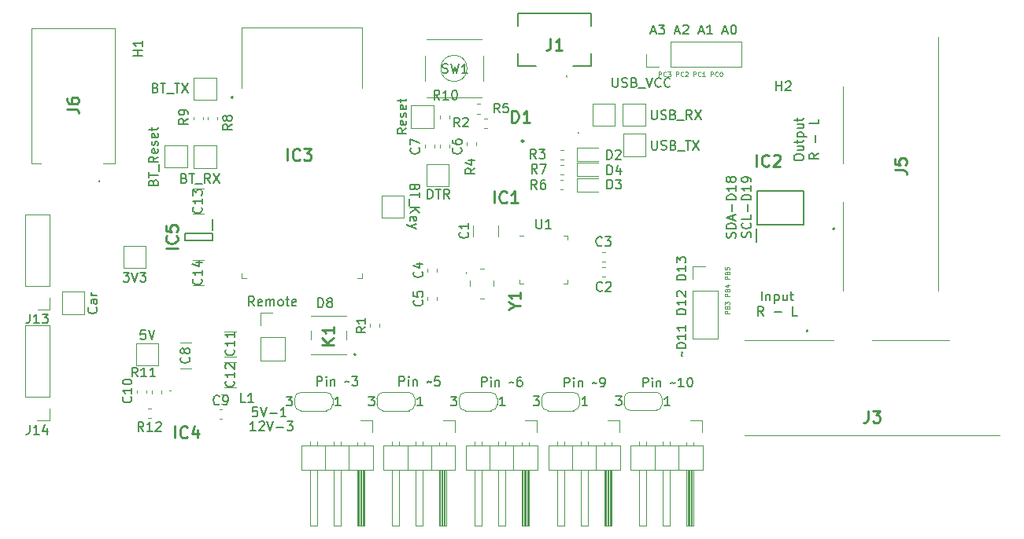
<source format=gbr>
%TF.GenerationSoftware,KiCad,Pcbnew,(5.1.6)-1*%
%TF.CreationDate,2021-08-26T12:07:42+02:00*%
%TF.ProjectId,Car LEDs,43617220-4c45-4447-932e-6b696361645f,rev?*%
%TF.SameCoordinates,Original*%
%TF.FileFunction,Legend,Top*%
%TF.FilePolarity,Positive*%
%FSLAX46Y46*%
G04 Gerber Fmt 4.6, Leading zero omitted, Abs format (unit mm)*
G04 Created by KiCad (PCBNEW (5.1.6)-1) date 2021-08-26 12:07:42*
%MOMM*%
%LPD*%
G01*
G04 APERTURE LIST*
%ADD10C,0.150000*%
%ADD11C,0.125000*%
%ADD12C,0.100000*%
%ADD13C,0.120000*%
%ADD14C,0.200000*%
%ADD15C,0.250000*%
%ADD16C,0.254000*%
G04 APERTURE END LIST*
D10*
X160069761Y-65995714D02*
X160117380Y-65852857D01*
X160117380Y-65614761D01*
X160069761Y-65519523D01*
X160022142Y-65471904D01*
X159926904Y-65424285D01*
X159831666Y-65424285D01*
X159736428Y-65471904D01*
X159688809Y-65519523D01*
X159641190Y-65614761D01*
X159593571Y-65805238D01*
X159545952Y-65900476D01*
X159498333Y-65948095D01*
X159403095Y-65995714D01*
X159307857Y-65995714D01*
X159212619Y-65948095D01*
X159165000Y-65900476D01*
X159117380Y-65805238D01*
X159117380Y-65567142D01*
X159165000Y-65424285D01*
X160117380Y-64995714D02*
X159117380Y-64995714D01*
X159117380Y-64757619D01*
X159165000Y-64614761D01*
X159260238Y-64519523D01*
X159355476Y-64471904D01*
X159545952Y-64424285D01*
X159688809Y-64424285D01*
X159879285Y-64471904D01*
X159974523Y-64519523D01*
X160069761Y-64614761D01*
X160117380Y-64757619D01*
X160117380Y-64995714D01*
X159831666Y-64043333D02*
X159831666Y-63567142D01*
X160117380Y-64138571D02*
X159117380Y-63805238D01*
X160117380Y-63471904D01*
X159736428Y-63138571D02*
X159736428Y-62376666D01*
X160117380Y-61900476D02*
X159117380Y-61900476D01*
X159117380Y-61662380D01*
X159165000Y-61519523D01*
X159260238Y-61424285D01*
X159355476Y-61376666D01*
X159545952Y-61329047D01*
X159688809Y-61329047D01*
X159879285Y-61376666D01*
X159974523Y-61424285D01*
X160069761Y-61519523D01*
X160117380Y-61662380D01*
X160117380Y-61900476D01*
X160117380Y-60376666D02*
X160117380Y-60948095D01*
X160117380Y-60662380D02*
X159117380Y-60662380D01*
X159260238Y-60757619D01*
X159355476Y-60852857D01*
X159403095Y-60948095D01*
X159545952Y-59805238D02*
X159498333Y-59900476D01*
X159450714Y-59948095D01*
X159355476Y-59995714D01*
X159307857Y-59995714D01*
X159212619Y-59948095D01*
X159165000Y-59900476D01*
X159117380Y-59805238D01*
X159117380Y-59614761D01*
X159165000Y-59519523D01*
X159212619Y-59471904D01*
X159307857Y-59424285D01*
X159355476Y-59424285D01*
X159450714Y-59471904D01*
X159498333Y-59519523D01*
X159545952Y-59614761D01*
X159545952Y-59805238D01*
X159593571Y-59900476D01*
X159641190Y-59948095D01*
X159736428Y-59995714D01*
X159926904Y-59995714D01*
X160022142Y-59948095D01*
X160069761Y-59900476D01*
X160117380Y-59805238D01*
X160117380Y-59614761D01*
X160069761Y-59519523D01*
X160022142Y-59471904D01*
X159926904Y-59424285D01*
X159736428Y-59424285D01*
X159641190Y-59471904D01*
X159593571Y-59519523D01*
X159545952Y-59614761D01*
X161719761Y-65971904D02*
X161767380Y-65829047D01*
X161767380Y-65590952D01*
X161719761Y-65495714D01*
X161672142Y-65448095D01*
X161576904Y-65400476D01*
X161481666Y-65400476D01*
X161386428Y-65448095D01*
X161338809Y-65495714D01*
X161291190Y-65590952D01*
X161243571Y-65781428D01*
X161195952Y-65876666D01*
X161148333Y-65924285D01*
X161053095Y-65971904D01*
X160957857Y-65971904D01*
X160862619Y-65924285D01*
X160815000Y-65876666D01*
X160767380Y-65781428D01*
X160767380Y-65543333D01*
X160815000Y-65400476D01*
X161672142Y-64400476D02*
X161719761Y-64448095D01*
X161767380Y-64590952D01*
X161767380Y-64686190D01*
X161719761Y-64829047D01*
X161624523Y-64924285D01*
X161529285Y-64971904D01*
X161338809Y-65019523D01*
X161195952Y-65019523D01*
X161005476Y-64971904D01*
X160910238Y-64924285D01*
X160815000Y-64829047D01*
X160767380Y-64686190D01*
X160767380Y-64590952D01*
X160815000Y-64448095D01*
X160862619Y-64400476D01*
X161767380Y-63495714D02*
X161767380Y-63971904D01*
X160767380Y-63971904D01*
X161386428Y-63162380D02*
X161386428Y-62400476D01*
X161767380Y-61924285D02*
X160767380Y-61924285D01*
X160767380Y-61686190D01*
X160815000Y-61543333D01*
X160910238Y-61448095D01*
X161005476Y-61400476D01*
X161195952Y-61352857D01*
X161338809Y-61352857D01*
X161529285Y-61400476D01*
X161624523Y-61448095D01*
X161719761Y-61543333D01*
X161767380Y-61686190D01*
X161767380Y-61924285D01*
X161767380Y-60400476D02*
X161767380Y-60971904D01*
X161767380Y-60686190D02*
X160767380Y-60686190D01*
X160910238Y-60781428D01*
X161005476Y-60876666D01*
X161053095Y-60971904D01*
X161767380Y-59924285D02*
X161767380Y-59733809D01*
X161719761Y-59638571D01*
X161672142Y-59590952D01*
X161529285Y-59495714D01*
X161338809Y-59448095D01*
X160957857Y-59448095D01*
X160862619Y-59495714D01*
X160815000Y-59543333D01*
X160767380Y-59638571D01*
X160767380Y-59829047D01*
X160815000Y-59924285D01*
X160862619Y-59971904D01*
X160957857Y-60019523D01*
X161195952Y-60019523D01*
X161291190Y-59971904D01*
X161338809Y-59924285D01*
X161386428Y-59829047D01*
X161386428Y-59638571D01*
X161338809Y-59543333D01*
X161291190Y-59495714D01*
X161195952Y-59448095D01*
X115201904Y-73502380D02*
X115201904Y-72502380D01*
X115440000Y-72502380D01*
X115582857Y-72550000D01*
X115678095Y-72645238D01*
X115725714Y-72740476D01*
X115773333Y-72930952D01*
X115773333Y-73073809D01*
X115725714Y-73264285D01*
X115678095Y-73359523D01*
X115582857Y-73454761D01*
X115440000Y-73502380D01*
X115201904Y-73502380D01*
X116344761Y-72930952D02*
X116249523Y-72883333D01*
X116201904Y-72835714D01*
X116154285Y-72740476D01*
X116154285Y-72692857D01*
X116201904Y-72597619D01*
X116249523Y-72550000D01*
X116344761Y-72502380D01*
X116535238Y-72502380D01*
X116630476Y-72550000D01*
X116678095Y-72597619D01*
X116725714Y-72692857D01*
X116725714Y-72740476D01*
X116678095Y-72835714D01*
X116630476Y-72883333D01*
X116535238Y-72930952D01*
X116344761Y-72930952D01*
X116249523Y-72978571D01*
X116201904Y-73026190D01*
X116154285Y-73121428D01*
X116154285Y-73311904D01*
X116201904Y-73407142D01*
X116249523Y-73454761D01*
X116344761Y-73502380D01*
X116535238Y-73502380D01*
X116630476Y-73454761D01*
X116678095Y-73407142D01*
X116725714Y-73311904D01*
X116725714Y-73121428D01*
X116678095Y-73026190D01*
X116630476Y-72978571D01*
X116535238Y-72930952D01*
X150137142Y-82072380D02*
X150137142Y-81072380D01*
X150518095Y-81072380D01*
X150613333Y-81120000D01*
X150660952Y-81167619D01*
X150708571Y-81262857D01*
X150708571Y-81405714D01*
X150660952Y-81500952D01*
X150613333Y-81548571D01*
X150518095Y-81596190D01*
X150137142Y-81596190D01*
X151137142Y-82072380D02*
X151137142Y-81405714D01*
X151137142Y-81072380D02*
X151089523Y-81120000D01*
X151137142Y-81167619D01*
X151184761Y-81120000D01*
X151137142Y-81072380D01*
X151137142Y-81167619D01*
X151613333Y-81405714D02*
X151613333Y-82072380D01*
X151613333Y-81500952D02*
X151660952Y-81453333D01*
X151756190Y-81405714D01*
X151899047Y-81405714D01*
X151994285Y-81453333D01*
X152041904Y-81548571D01*
X152041904Y-82072380D01*
X153137142Y-81691428D02*
X153184761Y-81643809D01*
X153280000Y-81596190D01*
X153470476Y-81691428D01*
X153565714Y-81643809D01*
X153613333Y-81596190D01*
X154518095Y-82072380D02*
X153946666Y-82072380D01*
X154232380Y-82072380D02*
X154232380Y-81072380D01*
X154137142Y-81215238D01*
X154041904Y-81310476D01*
X153946666Y-81358095D01*
X155137142Y-81072380D02*
X155232380Y-81072380D01*
X155327619Y-81120000D01*
X155375238Y-81167619D01*
X155422857Y-81262857D01*
X155470476Y-81453333D01*
X155470476Y-81691428D01*
X155422857Y-81881904D01*
X155375238Y-81977142D01*
X155327619Y-82024761D01*
X155232380Y-82072380D01*
X155137142Y-82072380D01*
X155041904Y-82024761D01*
X154994285Y-81977142D01*
X154946666Y-81881904D01*
X154899047Y-81691428D01*
X154899047Y-81453333D01*
X154946666Y-81262857D01*
X154994285Y-81167619D01*
X155041904Y-81120000D01*
X155137142Y-81072380D01*
X141693333Y-82072380D02*
X141693333Y-81072380D01*
X142074285Y-81072380D01*
X142169523Y-81120000D01*
X142217142Y-81167619D01*
X142264761Y-81262857D01*
X142264761Y-81405714D01*
X142217142Y-81500952D01*
X142169523Y-81548571D01*
X142074285Y-81596190D01*
X141693333Y-81596190D01*
X142693333Y-82072380D02*
X142693333Y-81405714D01*
X142693333Y-81072380D02*
X142645714Y-81120000D01*
X142693333Y-81167619D01*
X142740952Y-81120000D01*
X142693333Y-81072380D01*
X142693333Y-81167619D01*
X143169523Y-81405714D02*
X143169523Y-82072380D01*
X143169523Y-81500952D02*
X143217142Y-81453333D01*
X143312380Y-81405714D01*
X143455238Y-81405714D01*
X143550476Y-81453333D01*
X143598095Y-81548571D01*
X143598095Y-82072380D01*
X144693333Y-81691428D02*
X144740952Y-81643809D01*
X144836190Y-81596190D01*
X145026666Y-81691428D01*
X145121904Y-81643809D01*
X145169523Y-81596190D01*
X145598095Y-82072380D02*
X145788571Y-82072380D01*
X145883809Y-82024761D01*
X145931428Y-81977142D01*
X146026666Y-81834285D01*
X146074285Y-81643809D01*
X146074285Y-81262857D01*
X146026666Y-81167619D01*
X145979047Y-81120000D01*
X145883809Y-81072380D01*
X145693333Y-81072380D01*
X145598095Y-81120000D01*
X145550476Y-81167619D01*
X145502857Y-81262857D01*
X145502857Y-81500952D01*
X145550476Y-81596190D01*
X145598095Y-81643809D01*
X145693333Y-81691428D01*
X145883809Y-81691428D01*
X145979047Y-81643809D01*
X146026666Y-81596190D01*
X146074285Y-81500952D01*
X132773333Y-82012380D02*
X132773333Y-81012380D01*
X133154285Y-81012380D01*
X133249523Y-81060000D01*
X133297142Y-81107619D01*
X133344761Y-81202857D01*
X133344761Y-81345714D01*
X133297142Y-81440952D01*
X133249523Y-81488571D01*
X133154285Y-81536190D01*
X132773333Y-81536190D01*
X133773333Y-82012380D02*
X133773333Y-81345714D01*
X133773333Y-81012380D02*
X133725714Y-81060000D01*
X133773333Y-81107619D01*
X133820952Y-81060000D01*
X133773333Y-81012380D01*
X133773333Y-81107619D01*
X134249523Y-81345714D02*
X134249523Y-82012380D01*
X134249523Y-81440952D02*
X134297142Y-81393333D01*
X134392380Y-81345714D01*
X134535238Y-81345714D01*
X134630476Y-81393333D01*
X134678095Y-81488571D01*
X134678095Y-82012380D01*
X135773333Y-81631428D02*
X135820952Y-81583809D01*
X135916190Y-81536190D01*
X136106666Y-81631428D01*
X136201904Y-81583809D01*
X136249523Y-81536190D01*
X137059047Y-81012380D02*
X136868571Y-81012380D01*
X136773333Y-81060000D01*
X136725714Y-81107619D01*
X136630476Y-81250476D01*
X136582857Y-81440952D01*
X136582857Y-81821904D01*
X136630476Y-81917142D01*
X136678095Y-81964761D01*
X136773333Y-82012380D01*
X136963809Y-82012380D01*
X137059047Y-81964761D01*
X137106666Y-81917142D01*
X137154285Y-81821904D01*
X137154285Y-81583809D01*
X137106666Y-81488571D01*
X137059047Y-81440952D01*
X136963809Y-81393333D01*
X136773333Y-81393333D01*
X136678095Y-81440952D01*
X136630476Y-81488571D01*
X136582857Y-81583809D01*
X123923333Y-81962380D02*
X123923333Y-80962380D01*
X124304285Y-80962380D01*
X124399523Y-81010000D01*
X124447142Y-81057619D01*
X124494761Y-81152857D01*
X124494761Y-81295714D01*
X124447142Y-81390952D01*
X124399523Y-81438571D01*
X124304285Y-81486190D01*
X123923333Y-81486190D01*
X124923333Y-81962380D02*
X124923333Y-81295714D01*
X124923333Y-80962380D02*
X124875714Y-81010000D01*
X124923333Y-81057619D01*
X124970952Y-81010000D01*
X124923333Y-80962380D01*
X124923333Y-81057619D01*
X125399523Y-81295714D02*
X125399523Y-81962380D01*
X125399523Y-81390952D02*
X125447142Y-81343333D01*
X125542380Y-81295714D01*
X125685238Y-81295714D01*
X125780476Y-81343333D01*
X125828095Y-81438571D01*
X125828095Y-81962380D01*
X126923333Y-81581428D02*
X126970952Y-81533809D01*
X127066190Y-81486190D01*
X127256666Y-81581428D01*
X127351904Y-81533809D01*
X127399523Y-81486190D01*
X128256666Y-80962380D02*
X127780476Y-80962380D01*
X127732857Y-81438571D01*
X127780476Y-81390952D01*
X127875714Y-81343333D01*
X128113809Y-81343333D01*
X128209047Y-81390952D01*
X128256666Y-81438571D01*
X128304285Y-81533809D01*
X128304285Y-81771904D01*
X128256666Y-81867142D01*
X128209047Y-81914761D01*
X128113809Y-81962380D01*
X127875714Y-81962380D01*
X127780476Y-81914761D01*
X127732857Y-81867142D01*
X115073333Y-81942380D02*
X115073333Y-80942380D01*
X115454285Y-80942380D01*
X115549523Y-80990000D01*
X115597142Y-81037619D01*
X115644761Y-81132857D01*
X115644761Y-81275714D01*
X115597142Y-81370952D01*
X115549523Y-81418571D01*
X115454285Y-81466190D01*
X115073333Y-81466190D01*
X116073333Y-81942380D02*
X116073333Y-81275714D01*
X116073333Y-80942380D02*
X116025714Y-80990000D01*
X116073333Y-81037619D01*
X116120952Y-80990000D01*
X116073333Y-80942380D01*
X116073333Y-81037619D01*
X116549523Y-81275714D02*
X116549523Y-81942380D01*
X116549523Y-81370952D02*
X116597142Y-81323333D01*
X116692380Y-81275714D01*
X116835238Y-81275714D01*
X116930476Y-81323333D01*
X116978095Y-81418571D01*
X116978095Y-81942380D01*
X118073333Y-81561428D02*
X118120952Y-81513809D01*
X118216190Y-81466190D01*
X118406666Y-81561428D01*
X118501904Y-81513809D01*
X118549523Y-81466190D01*
X118835238Y-80942380D02*
X119454285Y-80942380D01*
X119120952Y-81323333D01*
X119263809Y-81323333D01*
X119359047Y-81370952D01*
X119406666Y-81418571D01*
X119454285Y-81513809D01*
X119454285Y-81751904D01*
X119406666Y-81847142D01*
X119359047Y-81894761D01*
X119263809Y-81942380D01*
X118978095Y-81942380D01*
X118882857Y-81894761D01*
X118835238Y-81847142D01*
X108654285Y-84272380D02*
X108178095Y-84272380D01*
X108130476Y-84748571D01*
X108178095Y-84700952D01*
X108273333Y-84653333D01*
X108511428Y-84653333D01*
X108606666Y-84700952D01*
X108654285Y-84748571D01*
X108701904Y-84843809D01*
X108701904Y-85081904D01*
X108654285Y-85177142D01*
X108606666Y-85224761D01*
X108511428Y-85272380D01*
X108273333Y-85272380D01*
X108178095Y-85224761D01*
X108130476Y-85177142D01*
X108987619Y-84272380D02*
X109320952Y-85272380D01*
X109654285Y-84272380D01*
X109987619Y-84891428D02*
X110749523Y-84891428D01*
X111749523Y-85272380D02*
X111178095Y-85272380D01*
X111463809Y-85272380D02*
X111463809Y-84272380D01*
X111368571Y-84415238D01*
X111273333Y-84510476D01*
X111178095Y-84558095D01*
X108465714Y-86782380D02*
X107894285Y-86782380D01*
X108180000Y-86782380D02*
X108180000Y-85782380D01*
X108084761Y-85925238D01*
X107989523Y-86020476D01*
X107894285Y-86068095D01*
X108846666Y-85877619D02*
X108894285Y-85830000D01*
X108989523Y-85782380D01*
X109227619Y-85782380D01*
X109322857Y-85830000D01*
X109370476Y-85877619D01*
X109418095Y-85972857D01*
X109418095Y-86068095D01*
X109370476Y-86210952D01*
X108799047Y-86782380D01*
X109418095Y-86782380D01*
X109703809Y-85782380D02*
X110037142Y-86782380D01*
X110370476Y-85782380D01*
X110703809Y-86401428D02*
X111465714Y-86401428D01*
X111846666Y-85782380D02*
X112465714Y-85782380D01*
X112132380Y-86163333D01*
X112275238Y-86163333D01*
X112370476Y-86210952D01*
X112418095Y-86258571D01*
X112465714Y-86353809D01*
X112465714Y-86591904D01*
X112418095Y-86687142D01*
X112370476Y-86734761D01*
X112275238Y-86782380D01*
X111989523Y-86782380D01*
X111894285Y-86734761D01*
X111846666Y-86687142D01*
X154381428Y-78750952D02*
X154333809Y-78703333D01*
X154286190Y-78608095D01*
X154381428Y-78417619D01*
X154333809Y-78322380D01*
X154286190Y-78274761D01*
X154762380Y-77893809D02*
X153762380Y-77893809D01*
X153762380Y-77655714D01*
X153810000Y-77512857D01*
X153905238Y-77417619D01*
X154000476Y-77370000D01*
X154190952Y-77322380D01*
X154333809Y-77322380D01*
X154524285Y-77370000D01*
X154619523Y-77417619D01*
X154714761Y-77512857D01*
X154762380Y-77655714D01*
X154762380Y-77893809D01*
X154762380Y-76370000D02*
X154762380Y-76941428D01*
X154762380Y-76655714D02*
X153762380Y-76655714D01*
X153905238Y-76750952D01*
X154000476Y-76846190D01*
X154048095Y-76941428D01*
X154762380Y-75417619D02*
X154762380Y-75989047D01*
X154762380Y-75703333D02*
X153762380Y-75703333D01*
X153905238Y-75798571D01*
X154000476Y-75893809D01*
X154048095Y-75989047D01*
X154762380Y-74227142D02*
X153762380Y-74227142D01*
X153762380Y-73989047D01*
X153810000Y-73846190D01*
X153905238Y-73750952D01*
X154000476Y-73703333D01*
X154190952Y-73655714D01*
X154333809Y-73655714D01*
X154524285Y-73703333D01*
X154619523Y-73750952D01*
X154714761Y-73846190D01*
X154762380Y-73989047D01*
X154762380Y-74227142D01*
X154762380Y-72703333D02*
X154762380Y-73274761D01*
X154762380Y-72989047D02*
X153762380Y-72989047D01*
X153905238Y-73084285D01*
X154000476Y-73179523D01*
X154048095Y-73274761D01*
X153857619Y-72322380D02*
X153810000Y-72274761D01*
X153762380Y-72179523D01*
X153762380Y-71941428D01*
X153810000Y-71846190D01*
X153857619Y-71798571D01*
X153952857Y-71750952D01*
X154048095Y-71750952D01*
X154190952Y-71798571D01*
X154762380Y-72370000D01*
X154762380Y-71750952D01*
X154762380Y-70560476D02*
X153762380Y-70560476D01*
X153762380Y-70322380D01*
X153810000Y-70179523D01*
X153905238Y-70084285D01*
X154000476Y-70036666D01*
X154190952Y-69989047D01*
X154333809Y-69989047D01*
X154524285Y-70036666D01*
X154619523Y-70084285D01*
X154714761Y-70179523D01*
X154762380Y-70322380D01*
X154762380Y-70560476D01*
X154762380Y-69036666D02*
X154762380Y-69608095D01*
X154762380Y-69322380D02*
X153762380Y-69322380D01*
X153905238Y-69417619D01*
X154000476Y-69512857D01*
X154048095Y-69608095D01*
X153762380Y-68703333D02*
X153762380Y-68084285D01*
X154143333Y-68417619D01*
X154143333Y-68274761D01*
X154190952Y-68179523D01*
X154238571Y-68131904D01*
X154333809Y-68084285D01*
X154571904Y-68084285D01*
X154667142Y-68131904D01*
X154714761Y-68179523D01*
X154762380Y-68274761D01*
X154762380Y-68560476D01*
X154714761Y-68655714D01*
X154667142Y-68703333D01*
D11*
X159456190Y-74156190D02*
X158956190Y-74156190D01*
X158956190Y-73965714D01*
X158980000Y-73918095D01*
X159003809Y-73894285D01*
X159051428Y-73870476D01*
X159122857Y-73870476D01*
X159170476Y-73894285D01*
X159194285Y-73918095D01*
X159218095Y-73965714D01*
X159218095Y-74156190D01*
X159194285Y-73489523D02*
X159218095Y-73418095D01*
X159241904Y-73394285D01*
X159289523Y-73370476D01*
X159360952Y-73370476D01*
X159408571Y-73394285D01*
X159432380Y-73418095D01*
X159456190Y-73465714D01*
X159456190Y-73656190D01*
X158956190Y-73656190D01*
X158956190Y-73489523D01*
X158980000Y-73441904D01*
X159003809Y-73418095D01*
X159051428Y-73394285D01*
X159099047Y-73394285D01*
X159146666Y-73418095D01*
X159170476Y-73441904D01*
X159194285Y-73489523D01*
X159194285Y-73656190D01*
X158956190Y-73203809D02*
X158956190Y-72894285D01*
X159146666Y-73060952D01*
X159146666Y-72989523D01*
X159170476Y-72941904D01*
X159194285Y-72918095D01*
X159241904Y-72894285D01*
X159360952Y-72894285D01*
X159408571Y-72918095D01*
X159432380Y-72941904D01*
X159456190Y-72989523D01*
X159456190Y-73132380D01*
X159432380Y-73180000D01*
X159408571Y-73203809D01*
X159456190Y-72299047D02*
X158956190Y-72299047D01*
X158956190Y-72108571D01*
X158980000Y-72060952D01*
X159003809Y-72037142D01*
X159051428Y-72013333D01*
X159122857Y-72013333D01*
X159170476Y-72037142D01*
X159194285Y-72060952D01*
X159218095Y-72108571D01*
X159218095Y-72299047D01*
X159194285Y-71632380D02*
X159218095Y-71560952D01*
X159241904Y-71537142D01*
X159289523Y-71513333D01*
X159360952Y-71513333D01*
X159408571Y-71537142D01*
X159432380Y-71560952D01*
X159456190Y-71608571D01*
X159456190Y-71799047D01*
X158956190Y-71799047D01*
X158956190Y-71632380D01*
X158980000Y-71584761D01*
X159003809Y-71560952D01*
X159051428Y-71537142D01*
X159099047Y-71537142D01*
X159146666Y-71560952D01*
X159170476Y-71584761D01*
X159194285Y-71632380D01*
X159194285Y-71799047D01*
X159122857Y-71084761D02*
X159456190Y-71084761D01*
X158932380Y-71203809D02*
X159289523Y-71322857D01*
X159289523Y-71013333D01*
X159456190Y-70441904D02*
X158956190Y-70441904D01*
X158956190Y-70251428D01*
X158980000Y-70203809D01*
X159003809Y-70180000D01*
X159051428Y-70156190D01*
X159122857Y-70156190D01*
X159170476Y-70180000D01*
X159194285Y-70203809D01*
X159218095Y-70251428D01*
X159218095Y-70441904D01*
X159194285Y-69775238D02*
X159218095Y-69703809D01*
X159241904Y-69680000D01*
X159289523Y-69656190D01*
X159360952Y-69656190D01*
X159408571Y-69680000D01*
X159432380Y-69703809D01*
X159456190Y-69751428D01*
X159456190Y-69941904D01*
X158956190Y-69941904D01*
X158956190Y-69775238D01*
X158980000Y-69727619D01*
X159003809Y-69703809D01*
X159051428Y-69680000D01*
X159099047Y-69680000D01*
X159146666Y-69703809D01*
X159170476Y-69727619D01*
X159194285Y-69775238D01*
X159194285Y-69941904D01*
X158956190Y-69203809D02*
X158956190Y-69441904D01*
X159194285Y-69465714D01*
X159170476Y-69441904D01*
X159146666Y-69394285D01*
X159146666Y-69275238D01*
X159170476Y-69227619D01*
X159194285Y-69203809D01*
X159241904Y-69180000D01*
X159360952Y-69180000D01*
X159408571Y-69203809D01*
X159432380Y-69227619D01*
X159456190Y-69275238D01*
X159456190Y-69394285D01*
X159432380Y-69441904D01*
X159408571Y-69465714D01*
D10*
X151018571Y-43776666D02*
X151494761Y-43776666D01*
X150923333Y-44062380D02*
X151256666Y-43062380D01*
X151590000Y-44062380D01*
X151828095Y-43062380D02*
X152447142Y-43062380D01*
X152113809Y-43443333D01*
X152256666Y-43443333D01*
X152351904Y-43490952D01*
X152399523Y-43538571D01*
X152447142Y-43633809D01*
X152447142Y-43871904D01*
X152399523Y-43967142D01*
X152351904Y-44014761D01*
X152256666Y-44062380D01*
X151970952Y-44062380D01*
X151875714Y-44014761D01*
X151828095Y-43967142D01*
X153590000Y-43776666D02*
X154066190Y-43776666D01*
X153494761Y-44062380D02*
X153828095Y-43062380D01*
X154161428Y-44062380D01*
X154447142Y-43157619D02*
X154494761Y-43110000D01*
X154590000Y-43062380D01*
X154828095Y-43062380D01*
X154923333Y-43110000D01*
X154970952Y-43157619D01*
X155018571Y-43252857D01*
X155018571Y-43348095D01*
X154970952Y-43490952D01*
X154399523Y-44062380D01*
X155018571Y-44062380D01*
X156161428Y-43776666D02*
X156637619Y-43776666D01*
X156066190Y-44062380D02*
X156399523Y-43062380D01*
X156732857Y-44062380D01*
X157590000Y-44062380D02*
X157018571Y-44062380D01*
X157304285Y-44062380D02*
X157304285Y-43062380D01*
X157209047Y-43205238D01*
X157113809Y-43300476D01*
X157018571Y-43348095D01*
X158732857Y-43776666D02*
X159209047Y-43776666D01*
X158637619Y-44062380D02*
X158970952Y-43062380D01*
X159304285Y-44062380D01*
X159828095Y-43062380D02*
X159923333Y-43062380D01*
X160018571Y-43110000D01*
X160066190Y-43157619D01*
X160113809Y-43252857D01*
X160161428Y-43443333D01*
X160161428Y-43681428D01*
X160113809Y-43871904D01*
X160066190Y-43967142D01*
X160018571Y-44014761D01*
X159923333Y-44062380D01*
X159828095Y-44062380D01*
X159732857Y-44014761D01*
X159685238Y-43967142D01*
X159637619Y-43871904D01*
X159590000Y-43681428D01*
X159590000Y-43443333D01*
X159637619Y-43252857D01*
X159685238Y-43157619D01*
X159732857Y-43110000D01*
X159828095Y-43062380D01*
D11*
X151845238Y-48616190D02*
X151845238Y-48116190D01*
X152035714Y-48116190D01*
X152083333Y-48140000D01*
X152107142Y-48163809D01*
X152130952Y-48211428D01*
X152130952Y-48282857D01*
X152107142Y-48330476D01*
X152083333Y-48354285D01*
X152035714Y-48378095D01*
X151845238Y-48378095D01*
X152630952Y-48568571D02*
X152607142Y-48592380D01*
X152535714Y-48616190D01*
X152488095Y-48616190D01*
X152416666Y-48592380D01*
X152369047Y-48544761D01*
X152345238Y-48497142D01*
X152321428Y-48401904D01*
X152321428Y-48330476D01*
X152345238Y-48235238D01*
X152369047Y-48187619D01*
X152416666Y-48140000D01*
X152488095Y-48116190D01*
X152535714Y-48116190D01*
X152607142Y-48140000D01*
X152630952Y-48163809D01*
X152797619Y-48116190D02*
X153107142Y-48116190D01*
X152940476Y-48306666D01*
X153011904Y-48306666D01*
X153059523Y-48330476D01*
X153083333Y-48354285D01*
X153107142Y-48401904D01*
X153107142Y-48520952D01*
X153083333Y-48568571D01*
X153059523Y-48592380D01*
X153011904Y-48616190D01*
X152869047Y-48616190D01*
X152821428Y-48592380D01*
X152797619Y-48568571D01*
X153702380Y-48616190D02*
X153702380Y-48116190D01*
X153892857Y-48116190D01*
X153940476Y-48140000D01*
X153964285Y-48163809D01*
X153988095Y-48211428D01*
X153988095Y-48282857D01*
X153964285Y-48330476D01*
X153940476Y-48354285D01*
X153892857Y-48378095D01*
X153702380Y-48378095D01*
X154488095Y-48568571D02*
X154464285Y-48592380D01*
X154392857Y-48616190D01*
X154345238Y-48616190D01*
X154273809Y-48592380D01*
X154226190Y-48544761D01*
X154202380Y-48497142D01*
X154178571Y-48401904D01*
X154178571Y-48330476D01*
X154202380Y-48235238D01*
X154226190Y-48187619D01*
X154273809Y-48140000D01*
X154345238Y-48116190D01*
X154392857Y-48116190D01*
X154464285Y-48140000D01*
X154488095Y-48163809D01*
X154678571Y-48163809D02*
X154702380Y-48140000D01*
X154750000Y-48116190D01*
X154869047Y-48116190D01*
X154916666Y-48140000D01*
X154940476Y-48163809D01*
X154964285Y-48211428D01*
X154964285Y-48259047D01*
X154940476Y-48330476D01*
X154654761Y-48616190D01*
X154964285Y-48616190D01*
X155559523Y-48616190D02*
X155559523Y-48116190D01*
X155750000Y-48116190D01*
X155797619Y-48140000D01*
X155821428Y-48163809D01*
X155845238Y-48211428D01*
X155845238Y-48282857D01*
X155821428Y-48330476D01*
X155797619Y-48354285D01*
X155750000Y-48378095D01*
X155559523Y-48378095D01*
X156345238Y-48568571D02*
X156321428Y-48592380D01*
X156250000Y-48616190D01*
X156202380Y-48616190D01*
X156130952Y-48592380D01*
X156083333Y-48544761D01*
X156059523Y-48497142D01*
X156035714Y-48401904D01*
X156035714Y-48330476D01*
X156059523Y-48235238D01*
X156083333Y-48187619D01*
X156130952Y-48140000D01*
X156202380Y-48116190D01*
X156250000Y-48116190D01*
X156321428Y-48140000D01*
X156345238Y-48163809D01*
X156821428Y-48616190D02*
X156535714Y-48616190D01*
X156678571Y-48616190D02*
X156678571Y-48116190D01*
X156630952Y-48187619D01*
X156583333Y-48235238D01*
X156535714Y-48259047D01*
X157416666Y-48616190D02*
X157416666Y-48116190D01*
X157607142Y-48116190D01*
X157654761Y-48140000D01*
X157678571Y-48163809D01*
X157702380Y-48211428D01*
X157702380Y-48282857D01*
X157678571Y-48330476D01*
X157654761Y-48354285D01*
X157607142Y-48378095D01*
X157416666Y-48378095D01*
X158202380Y-48568571D02*
X158178571Y-48592380D01*
X158107142Y-48616190D01*
X158059523Y-48616190D01*
X157988095Y-48592380D01*
X157940476Y-48544761D01*
X157916666Y-48497142D01*
X157892857Y-48401904D01*
X157892857Y-48330476D01*
X157916666Y-48235238D01*
X157940476Y-48187619D01*
X157988095Y-48140000D01*
X158059523Y-48116190D01*
X158107142Y-48116190D01*
X158178571Y-48140000D01*
X158202380Y-48163809D01*
X158511904Y-48116190D02*
X158559523Y-48116190D01*
X158607142Y-48140000D01*
X158630952Y-48163809D01*
X158654761Y-48211428D01*
X158678571Y-48306666D01*
X158678571Y-48425714D01*
X158654761Y-48520952D01*
X158630952Y-48568571D01*
X158607142Y-48592380D01*
X158559523Y-48616190D01*
X158511904Y-48616190D01*
X158464285Y-48592380D01*
X158440476Y-48568571D01*
X158416666Y-48520952D01*
X158392857Y-48425714D01*
X158392857Y-48306666D01*
X158416666Y-48211428D01*
X158440476Y-48163809D01*
X158464285Y-48140000D01*
X158511904Y-48116190D01*
D10*
X162907142Y-72767380D02*
X162907142Y-71767380D01*
X163383333Y-72100714D02*
X163383333Y-72767380D01*
X163383333Y-72195952D02*
X163430952Y-72148333D01*
X163526190Y-72100714D01*
X163669047Y-72100714D01*
X163764285Y-72148333D01*
X163811904Y-72243571D01*
X163811904Y-72767380D01*
X164288095Y-72100714D02*
X164288095Y-73100714D01*
X164288095Y-72148333D02*
X164383333Y-72100714D01*
X164573809Y-72100714D01*
X164669047Y-72148333D01*
X164716666Y-72195952D01*
X164764285Y-72291190D01*
X164764285Y-72576904D01*
X164716666Y-72672142D01*
X164669047Y-72719761D01*
X164573809Y-72767380D01*
X164383333Y-72767380D01*
X164288095Y-72719761D01*
X165621428Y-72100714D02*
X165621428Y-72767380D01*
X165192857Y-72100714D02*
X165192857Y-72624523D01*
X165240476Y-72719761D01*
X165335714Y-72767380D01*
X165478571Y-72767380D01*
X165573809Y-72719761D01*
X165621428Y-72672142D01*
X165954761Y-72100714D02*
X166335714Y-72100714D01*
X166097619Y-71767380D02*
X166097619Y-72624523D01*
X166145238Y-72719761D01*
X166240476Y-72767380D01*
X166335714Y-72767380D01*
X163073809Y-74417380D02*
X162740476Y-73941190D01*
X162502380Y-74417380D02*
X162502380Y-73417380D01*
X162883333Y-73417380D01*
X162978571Y-73465000D01*
X163026190Y-73512619D01*
X163073809Y-73607857D01*
X163073809Y-73750714D01*
X163026190Y-73845952D01*
X162978571Y-73893571D01*
X162883333Y-73941190D01*
X162502380Y-73941190D01*
X164264285Y-74036428D02*
X165026190Y-74036428D01*
X166740476Y-74417380D02*
X166264285Y-74417380D01*
X166264285Y-73417380D01*
X166387380Y-57443809D02*
X166387380Y-57253333D01*
X166435000Y-57158095D01*
X166530238Y-57062857D01*
X166720714Y-57015238D01*
X167054047Y-57015238D01*
X167244523Y-57062857D01*
X167339761Y-57158095D01*
X167387380Y-57253333D01*
X167387380Y-57443809D01*
X167339761Y-57539047D01*
X167244523Y-57634285D01*
X167054047Y-57681904D01*
X166720714Y-57681904D01*
X166530238Y-57634285D01*
X166435000Y-57539047D01*
X166387380Y-57443809D01*
X166720714Y-56158095D02*
X167387380Y-56158095D01*
X166720714Y-56586666D02*
X167244523Y-56586666D01*
X167339761Y-56539047D01*
X167387380Y-56443809D01*
X167387380Y-56300952D01*
X167339761Y-56205714D01*
X167292142Y-56158095D01*
X166720714Y-55824761D02*
X166720714Y-55443809D01*
X166387380Y-55681904D02*
X167244523Y-55681904D01*
X167339761Y-55634285D01*
X167387380Y-55539047D01*
X167387380Y-55443809D01*
X166720714Y-55110476D02*
X167720714Y-55110476D01*
X166768333Y-55110476D02*
X166720714Y-55015238D01*
X166720714Y-54824761D01*
X166768333Y-54729523D01*
X166815952Y-54681904D01*
X166911190Y-54634285D01*
X167196904Y-54634285D01*
X167292142Y-54681904D01*
X167339761Y-54729523D01*
X167387380Y-54824761D01*
X167387380Y-55015238D01*
X167339761Y-55110476D01*
X166720714Y-53777142D02*
X167387380Y-53777142D01*
X166720714Y-54205714D02*
X167244523Y-54205714D01*
X167339761Y-54158095D01*
X167387380Y-54062857D01*
X167387380Y-53920000D01*
X167339761Y-53824761D01*
X167292142Y-53777142D01*
X166720714Y-53443809D02*
X166720714Y-53062857D01*
X166387380Y-53300952D02*
X167244523Y-53300952D01*
X167339761Y-53253333D01*
X167387380Y-53158095D01*
X167387380Y-53062857D01*
X169037380Y-56896190D02*
X168561190Y-57229523D01*
X169037380Y-57467619D02*
X168037380Y-57467619D01*
X168037380Y-57086666D01*
X168085000Y-56991428D01*
X168132619Y-56943809D01*
X168227857Y-56896190D01*
X168370714Y-56896190D01*
X168465952Y-56943809D01*
X168513571Y-56991428D01*
X168561190Y-57086666D01*
X168561190Y-57467619D01*
X168656428Y-55705714D02*
X168656428Y-54943809D01*
X169037380Y-53229523D02*
X169037380Y-53705714D01*
X168037380Y-53705714D01*
X146868571Y-48772380D02*
X146868571Y-49581904D01*
X146916190Y-49677142D01*
X146963809Y-49724761D01*
X147059047Y-49772380D01*
X147249523Y-49772380D01*
X147344761Y-49724761D01*
X147392380Y-49677142D01*
X147440000Y-49581904D01*
X147440000Y-48772380D01*
X147868571Y-49724761D02*
X148011428Y-49772380D01*
X148249523Y-49772380D01*
X148344761Y-49724761D01*
X148392380Y-49677142D01*
X148440000Y-49581904D01*
X148440000Y-49486666D01*
X148392380Y-49391428D01*
X148344761Y-49343809D01*
X148249523Y-49296190D01*
X148059047Y-49248571D01*
X147963809Y-49200952D01*
X147916190Y-49153333D01*
X147868571Y-49058095D01*
X147868571Y-48962857D01*
X147916190Y-48867619D01*
X147963809Y-48820000D01*
X148059047Y-48772380D01*
X148297142Y-48772380D01*
X148440000Y-48820000D01*
X149201904Y-49248571D02*
X149344761Y-49296190D01*
X149392380Y-49343809D01*
X149440000Y-49439047D01*
X149440000Y-49581904D01*
X149392380Y-49677142D01*
X149344761Y-49724761D01*
X149249523Y-49772380D01*
X148868571Y-49772380D01*
X148868571Y-48772380D01*
X149201904Y-48772380D01*
X149297142Y-48820000D01*
X149344761Y-48867619D01*
X149392380Y-48962857D01*
X149392380Y-49058095D01*
X149344761Y-49153333D01*
X149297142Y-49200952D01*
X149201904Y-49248571D01*
X148868571Y-49248571D01*
X149630476Y-49867619D02*
X150392380Y-49867619D01*
X150487619Y-48772380D02*
X150820952Y-49772380D01*
X151154285Y-48772380D01*
X152059047Y-49677142D02*
X152011428Y-49724761D01*
X151868571Y-49772380D01*
X151773333Y-49772380D01*
X151630476Y-49724761D01*
X151535238Y-49629523D01*
X151487619Y-49534285D01*
X151440000Y-49343809D01*
X151440000Y-49200952D01*
X151487619Y-49010476D01*
X151535238Y-48915238D01*
X151630476Y-48820000D01*
X151773333Y-48772380D01*
X151868571Y-48772380D01*
X152011428Y-48820000D01*
X152059047Y-48867619D01*
X153059047Y-49677142D02*
X153011428Y-49724761D01*
X152868571Y-49772380D01*
X152773333Y-49772380D01*
X152630476Y-49724761D01*
X152535238Y-49629523D01*
X152487619Y-49534285D01*
X152440000Y-49343809D01*
X152440000Y-49200952D01*
X152487619Y-49010476D01*
X152535238Y-48915238D01*
X152630476Y-48820000D01*
X152773333Y-48772380D01*
X152868571Y-48772380D01*
X153011428Y-48820000D01*
X153059047Y-48867619D01*
X151060952Y-52232380D02*
X151060952Y-53041904D01*
X151108571Y-53137142D01*
X151156190Y-53184761D01*
X151251428Y-53232380D01*
X151441904Y-53232380D01*
X151537142Y-53184761D01*
X151584761Y-53137142D01*
X151632380Y-53041904D01*
X151632380Y-52232380D01*
X152060952Y-53184761D02*
X152203809Y-53232380D01*
X152441904Y-53232380D01*
X152537142Y-53184761D01*
X152584761Y-53137142D01*
X152632380Y-53041904D01*
X152632380Y-52946666D01*
X152584761Y-52851428D01*
X152537142Y-52803809D01*
X152441904Y-52756190D01*
X152251428Y-52708571D01*
X152156190Y-52660952D01*
X152108571Y-52613333D01*
X152060952Y-52518095D01*
X152060952Y-52422857D01*
X152108571Y-52327619D01*
X152156190Y-52280000D01*
X152251428Y-52232380D01*
X152489523Y-52232380D01*
X152632380Y-52280000D01*
X153394285Y-52708571D02*
X153537142Y-52756190D01*
X153584761Y-52803809D01*
X153632380Y-52899047D01*
X153632380Y-53041904D01*
X153584761Y-53137142D01*
X153537142Y-53184761D01*
X153441904Y-53232380D01*
X153060952Y-53232380D01*
X153060952Y-52232380D01*
X153394285Y-52232380D01*
X153489523Y-52280000D01*
X153537142Y-52327619D01*
X153584761Y-52422857D01*
X153584761Y-52518095D01*
X153537142Y-52613333D01*
X153489523Y-52660952D01*
X153394285Y-52708571D01*
X153060952Y-52708571D01*
X153822857Y-53327619D02*
X154584761Y-53327619D01*
X155394285Y-53232380D02*
X155060952Y-52756190D01*
X154822857Y-53232380D02*
X154822857Y-52232380D01*
X155203809Y-52232380D01*
X155299047Y-52280000D01*
X155346666Y-52327619D01*
X155394285Y-52422857D01*
X155394285Y-52565714D01*
X155346666Y-52660952D01*
X155299047Y-52708571D01*
X155203809Y-52756190D01*
X154822857Y-52756190D01*
X155727619Y-52232380D02*
X156394285Y-53232380D01*
X156394285Y-52232380D02*
X155727619Y-53232380D01*
X151090000Y-55532380D02*
X151090000Y-56341904D01*
X151137619Y-56437142D01*
X151185238Y-56484761D01*
X151280476Y-56532380D01*
X151470952Y-56532380D01*
X151566190Y-56484761D01*
X151613809Y-56437142D01*
X151661428Y-56341904D01*
X151661428Y-55532380D01*
X152090000Y-56484761D02*
X152232857Y-56532380D01*
X152470952Y-56532380D01*
X152566190Y-56484761D01*
X152613809Y-56437142D01*
X152661428Y-56341904D01*
X152661428Y-56246666D01*
X152613809Y-56151428D01*
X152566190Y-56103809D01*
X152470952Y-56056190D01*
X152280476Y-56008571D01*
X152185238Y-55960952D01*
X152137619Y-55913333D01*
X152090000Y-55818095D01*
X152090000Y-55722857D01*
X152137619Y-55627619D01*
X152185238Y-55580000D01*
X152280476Y-55532380D01*
X152518571Y-55532380D01*
X152661428Y-55580000D01*
X153423333Y-56008571D02*
X153566190Y-56056190D01*
X153613809Y-56103809D01*
X153661428Y-56199047D01*
X153661428Y-56341904D01*
X153613809Y-56437142D01*
X153566190Y-56484761D01*
X153470952Y-56532380D01*
X153090000Y-56532380D01*
X153090000Y-55532380D01*
X153423333Y-55532380D01*
X153518571Y-55580000D01*
X153566190Y-55627619D01*
X153613809Y-55722857D01*
X153613809Y-55818095D01*
X153566190Y-55913333D01*
X153518571Y-55960952D01*
X153423333Y-56008571D01*
X153090000Y-56008571D01*
X153851904Y-56627619D02*
X154613809Y-56627619D01*
X154709047Y-55532380D02*
X155280476Y-55532380D01*
X154994761Y-56532380D02*
X154994761Y-55532380D01*
X155518571Y-55532380D02*
X156185238Y-56532380D01*
X156185238Y-55532380D02*
X155518571Y-56532380D01*
X124702380Y-54208095D02*
X124226190Y-54541428D01*
X124702380Y-54779523D02*
X123702380Y-54779523D01*
X123702380Y-54398571D01*
X123750000Y-54303333D01*
X123797619Y-54255714D01*
X123892857Y-54208095D01*
X124035714Y-54208095D01*
X124130952Y-54255714D01*
X124178571Y-54303333D01*
X124226190Y-54398571D01*
X124226190Y-54779523D01*
X124654761Y-53398571D02*
X124702380Y-53493809D01*
X124702380Y-53684285D01*
X124654761Y-53779523D01*
X124559523Y-53827142D01*
X124178571Y-53827142D01*
X124083333Y-53779523D01*
X124035714Y-53684285D01*
X124035714Y-53493809D01*
X124083333Y-53398571D01*
X124178571Y-53350952D01*
X124273809Y-53350952D01*
X124369047Y-53827142D01*
X124654761Y-52970000D02*
X124702380Y-52874761D01*
X124702380Y-52684285D01*
X124654761Y-52589047D01*
X124559523Y-52541428D01*
X124511904Y-52541428D01*
X124416666Y-52589047D01*
X124369047Y-52684285D01*
X124369047Y-52827142D01*
X124321428Y-52922380D01*
X124226190Y-52970000D01*
X124178571Y-52970000D01*
X124083333Y-52922380D01*
X124035714Y-52827142D01*
X124035714Y-52684285D01*
X124083333Y-52589047D01*
X124654761Y-51731904D02*
X124702380Y-51827142D01*
X124702380Y-52017619D01*
X124654761Y-52112857D01*
X124559523Y-52160476D01*
X124178571Y-52160476D01*
X124083333Y-52112857D01*
X124035714Y-52017619D01*
X124035714Y-51827142D01*
X124083333Y-51731904D01*
X124178571Y-51684285D01*
X124273809Y-51684285D01*
X124369047Y-52160476D01*
X124035714Y-51398571D02*
X124035714Y-51017619D01*
X123702380Y-51255714D02*
X124559523Y-51255714D01*
X124654761Y-51208095D01*
X124702380Y-51112857D01*
X124702380Y-51017619D01*
X126977142Y-61802380D02*
X126977142Y-60802380D01*
X127215238Y-60802380D01*
X127358095Y-60850000D01*
X127453333Y-60945238D01*
X127500952Y-61040476D01*
X127548571Y-61230952D01*
X127548571Y-61373809D01*
X127500952Y-61564285D01*
X127453333Y-61659523D01*
X127358095Y-61754761D01*
X127215238Y-61802380D01*
X126977142Y-61802380D01*
X127834285Y-60802380D02*
X128405714Y-60802380D01*
X128120000Y-61802380D02*
X128120000Y-60802380D01*
X129310476Y-61802380D02*
X128977142Y-61326190D01*
X128739047Y-61802380D02*
X128739047Y-60802380D01*
X129120000Y-60802380D01*
X129215238Y-60850000D01*
X129262857Y-60897619D01*
X129310476Y-60992857D01*
X129310476Y-61135714D01*
X129262857Y-61230952D01*
X129215238Y-61278571D01*
X129120000Y-61326190D01*
X128739047Y-61326190D01*
X125591428Y-60580000D02*
X125543809Y-60722857D01*
X125496190Y-60770476D01*
X125400952Y-60818095D01*
X125258095Y-60818095D01*
X125162857Y-60770476D01*
X125115238Y-60722857D01*
X125067619Y-60627619D01*
X125067619Y-60246666D01*
X126067619Y-60246666D01*
X126067619Y-60580000D01*
X126020000Y-60675238D01*
X125972380Y-60722857D01*
X125877142Y-60770476D01*
X125781904Y-60770476D01*
X125686666Y-60722857D01*
X125639047Y-60675238D01*
X125591428Y-60580000D01*
X125591428Y-60246666D01*
X126067619Y-61103809D02*
X126067619Y-61675238D01*
X125067619Y-61389523D02*
X126067619Y-61389523D01*
X124972380Y-61770476D02*
X124972380Y-62532380D01*
X125067619Y-62770476D02*
X126067619Y-62770476D01*
X125067619Y-63341904D02*
X125639047Y-62913333D01*
X126067619Y-63341904D02*
X125496190Y-62770476D01*
X125115238Y-64151428D02*
X125067619Y-64056190D01*
X125067619Y-63865714D01*
X125115238Y-63770476D01*
X125210476Y-63722857D01*
X125591428Y-63722857D01*
X125686666Y-63770476D01*
X125734285Y-63865714D01*
X125734285Y-64056190D01*
X125686666Y-64151428D01*
X125591428Y-64199047D01*
X125496190Y-64199047D01*
X125400952Y-63722857D01*
X125734285Y-64532380D02*
X125067619Y-64770476D01*
X125734285Y-65008571D02*
X125067619Y-64770476D01*
X124829523Y-64675238D01*
X124781904Y-64627619D01*
X124734285Y-64532380D01*
X108327619Y-73332380D02*
X107994285Y-72856190D01*
X107756190Y-73332380D02*
X107756190Y-72332380D01*
X108137142Y-72332380D01*
X108232380Y-72380000D01*
X108280000Y-72427619D01*
X108327619Y-72522857D01*
X108327619Y-72665714D01*
X108280000Y-72760952D01*
X108232380Y-72808571D01*
X108137142Y-72856190D01*
X107756190Y-72856190D01*
X109137142Y-73284761D02*
X109041904Y-73332380D01*
X108851428Y-73332380D01*
X108756190Y-73284761D01*
X108708571Y-73189523D01*
X108708571Y-72808571D01*
X108756190Y-72713333D01*
X108851428Y-72665714D01*
X109041904Y-72665714D01*
X109137142Y-72713333D01*
X109184761Y-72808571D01*
X109184761Y-72903809D01*
X108708571Y-72999047D01*
X109613333Y-73332380D02*
X109613333Y-72665714D01*
X109613333Y-72760952D02*
X109660952Y-72713333D01*
X109756190Y-72665714D01*
X109899047Y-72665714D01*
X109994285Y-72713333D01*
X110041904Y-72808571D01*
X110041904Y-73332380D01*
X110041904Y-72808571D02*
X110089523Y-72713333D01*
X110184761Y-72665714D01*
X110327619Y-72665714D01*
X110422857Y-72713333D01*
X110470476Y-72808571D01*
X110470476Y-73332380D01*
X111089523Y-73332380D02*
X110994285Y-73284761D01*
X110946666Y-73237142D01*
X110899047Y-73141904D01*
X110899047Y-72856190D01*
X110946666Y-72760952D01*
X110994285Y-72713333D01*
X111089523Y-72665714D01*
X111232380Y-72665714D01*
X111327619Y-72713333D01*
X111375238Y-72760952D01*
X111422857Y-72856190D01*
X111422857Y-73141904D01*
X111375238Y-73237142D01*
X111327619Y-73284761D01*
X111232380Y-73332380D01*
X111089523Y-73332380D01*
X111708571Y-72665714D02*
X112089523Y-72665714D01*
X111851428Y-72332380D02*
X111851428Y-73189523D01*
X111899047Y-73284761D01*
X111994285Y-73332380D01*
X112089523Y-73332380D01*
X112803809Y-73284761D02*
X112708571Y-73332380D01*
X112518095Y-73332380D01*
X112422857Y-73284761D01*
X112375238Y-73189523D01*
X112375238Y-72808571D01*
X112422857Y-72713333D01*
X112518095Y-72665714D01*
X112708571Y-72665714D01*
X112803809Y-72713333D01*
X112851428Y-72808571D01*
X112851428Y-72903809D01*
X112375238Y-72999047D01*
X96609523Y-75962380D02*
X96133333Y-75962380D01*
X96085714Y-76438571D01*
X96133333Y-76390952D01*
X96228571Y-76343333D01*
X96466666Y-76343333D01*
X96561904Y-76390952D01*
X96609523Y-76438571D01*
X96657142Y-76533809D01*
X96657142Y-76771904D01*
X96609523Y-76867142D01*
X96561904Y-76914761D01*
X96466666Y-76962380D01*
X96228571Y-76962380D01*
X96133333Y-76914761D01*
X96085714Y-76867142D01*
X96942857Y-75962380D02*
X97276190Y-76962380D01*
X97609523Y-75962380D01*
X91327142Y-73522380D02*
X91374761Y-73570000D01*
X91422380Y-73712857D01*
X91422380Y-73808095D01*
X91374761Y-73950952D01*
X91279523Y-74046190D01*
X91184285Y-74093809D01*
X90993809Y-74141428D01*
X90850952Y-74141428D01*
X90660476Y-74093809D01*
X90565238Y-74046190D01*
X90470000Y-73950952D01*
X90422380Y-73808095D01*
X90422380Y-73712857D01*
X90470000Y-73570000D01*
X90517619Y-73522380D01*
X91422380Y-72665238D02*
X90898571Y-72665238D01*
X90803333Y-72712857D01*
X90755714Y-72808095D01*
X90755714Y-72998571D01*
X90803333Y-73093809D01*
X91374761Y-72665238D02*
X91422380Y-72760476D01*
X91422380Y-72998571D01*
X91374761Y-73093809D01*
X91279523Y-73141428D01*
X91184285Y-73141428D01*
X91089047Y-73093809D01*
X91041428Y-72998571D01*
X91041428Y-72760476D01*
X90993809Y-72665238D01*
X91422380Y-72189047D02*
X90755714Y-72189047D01*
X90946190Y-72189047D02*
X90850952Y-72141428D01*
X90803333Y-72093809D01*
X90755714Y-71998571D01*
X90755714Y-71903333D01*
X94231904Y-69742380D02*
X94850952Y-69742380D01*
X94517619Y-70123333D01*
X94660476Y-70123333D01*
X94755714Y-70170952D01*
X94803333Y-70218571D01*
X94850952Y-70313809D01*
X94850952Y-70551904D01*
X94803333Y-70647142D01*
X94755714Y-70694761D01*
X94660476Y-70742380D01*
X94374761Y-70742380D01*
X94279523Y-70694761D01*
X94231904Y-70647142D01*
X95136666Y-69742380D02*
X95470000Y-70742380D01*
X95803333Y-69742380D01*
X96041428Y-69742380D02*
X96660476Y-69742380D01*
X96327142Y-70123333D01*
X96470000Y-70123333D01*
X96565238Y-70170952D01*
X96612857Y-70218571D01*
X96660476Y-70313809D01*
X96660476Y-70551904D01*
X96612857Y-70647142D01*
X96565238Y-70694761D01*
X96470000Y-70742380D01*
X96184285Y-70742380D01*
X96089047Y-70694761D01*
X96041428Y-70647142D01*
X97448571Y-60038095D02*
X97496190Y-59895238D01*
X97543809Y-59847619D01*
X97639047Y-59800000D01*
X97781904Y-59800000D01*
X97877142Y-59847619D01*
X97924761Y-59895238D01*
X97972380Y-59990476D01*
X97972380Y-60371428D01*
X96972380Y-60371428D01*
X96972380Y-60038095D01*
X97020000Y-59942857D01*
X97067619Y-59895238D01*
X97162857Y-59847619D01*
X97258095Y-59847619D01*
X97353333Y-59895238D01*
X97400952Y-59942857D01*
X97448571Y-60038095D01*
X97448571Y-60371428D01*
X96972380Y-59514285D02*
X96972380Y-58942857D01*
X97972380Y-59228571D02*
X96972380Y-59228571D01*
X98067619Y-58847619D02*
X98067619Y-58085714D01*
X97972380Y-57276190D02*
X97496190Y-57609523D01*
X97972380Y-57847619D02*
X96972380Y-57847619D01*
X96972380Y-57466666D01*
X97020000Y-57371428D01*
X97067619Y-57323809D01*
X97162857Y-57276190D01*
X97305714Y-57276190D01*
X97400952Y-57323809D01*
X97448571Y-57371428D01*
X97496190Y-57466666D01*
X97496190Y-57847619D01*
X97924761Y-56466666D02*
X97972380Y-56561904D01*
X97972380Y-56752380D01*
X97924761Y-56847619D01*
X97829523Y-56895238D01*
X97448571Y-56895238D01*
X97353333Y-56847619D01*
X97305714Y-56752380D01*
X97305714Y-56561904D01*
X97353333Y-56466666D01*
X97448571Y-56419047D01*
X97543809Y-56419047D01*
X97639047Y-56895238D01*
X97924761Y-56038095D02*
X97972380Y-55942857D01*
X97972380Y-55752380D01*
X97924761Y-55657142D01*
X97829523Y-55609523D01*
X97781904Y-55609523D01*
X97686666Y-55657142D01*
X97639047Y-55752380D01*
X97639047Y-55895238D01*
X97591428Y-55990476D01*
X97496190Y-56038095D01*
X97448571Y-56038095D01*
X97353333Y-55990476D01*
X97305714Y-55895238D01*
X97305714Y-55752380D01*
X97353333Y-55657142D01*
X97924761Y-54800000D02*
X97972380Y-54895238D01*
X97972380Y-55085714D01*
X97924761Y-55180952D01*
X97829523Y-55228571D01*
X97448571Y-55228571D01*
X97353333Y-55180952D01*
X97305714Y-55085714D01*
X97305714Y-54895238D01*
X97353333Y-54800000D01*
X97448571Y-54752380D01*
X97543809Y-54752380D01*
X97639047Y-55228571D01*
X97305714Y-54466666D02*
X97305714Y-54085714D01*
X96972380Y-54323809D02*
X97829523Y-54323809D01*
X97924761Y-54276190D01*
X97972380Y-54180952D01*
X97972380Y-54085714D01*
X100803333Y-59578571D02*
X100946190Y-59626190D01*
X100993809Y-59673809D01*
X101041428Y-59769047D01*
X101041428Y-59911904D01*
X100993809Y-60007142D01*
X100946190Y-60054761D01*
X100850952Y-60102380D01*
X100470000Y-60102380D01*
X100470000Y-59102380D01*
X100803333Y-59102380D01*
X100898571Y-59150000D01*
X100946190Y-59197619D01*
X100993809Y-59292857D01*
X100993809Y-59388095D01*
X100946190Y-59483333D01*
X100898571Y-59530952D01*
X100803333Y-59578571D01*
X100470000Y-59578571D01*
X101327142Y-59102380D02*
X101898571Y-59102380D01*
X101612857Y-60102380D02*
X101612857Y-59102380D01*
X101993809Y-60197619D02*
X102755714Y-60197619D01*
X103565238Y-60102380D02*
X103231904Y-59626190D01*
X102993809Y-60102380D02*
X102993809Y-59102380D01*
X103374761Y-59102380D01*
X103470000Y-59150000D01*
X103517619Y-59197619D01*
X103565238Y-59292857D01*
X103565238Y-59435714D01*
X103517619Y-59530952D01*
X103470000Y-59578571D01*
X103374761Y-59626190D01*
X102993809Y-59626190D01*
X103898571Y-59102380D02*
X104565238Y-60102380D01*
X104565238Y-59102380D02*
X103898571Y-60102380D01*
X97692380Y-49838571D02*
X97835238Y-49886190D01*
X97882857Y-49933809D01*
X97930476Y-50029047D01*
X97930476Y-50171904D01*
X97882857Y-50267142D01*
X97835238Y-50314761D01*
X97740000Y-50362380D01*
X97359047Y-50362380D01*
X97359047Y-49362380D01*
X97692380Y-49362380D01*
X97787619Y-49410000D01*
X97835238Y-49457619D01*
X97882857Y-49552857D01*
X97882857Y-49648095D01*
X97835238Y-49743333D01*
X97787619Y-49790952D01*
X97692380Y-49838571D01*
X97359047Y-49838571D01*
X98216190Y-49362380D02*
X98787619Y-49362380D01*
X98501904Y-50362380D02*
X98501904Y-49362380D01*
X98882857Y-50457619D02*
X99644761Y-50457619D01*
X99740000Y-49362380D02*
X100311428Y-49362380D01*
X100025714Y-50362380D02*
X100025714Y-49362380D01*
X100549523Y-49362380D02*
X101216190Y-50362380D01*
X101216190Y-49362380D02*
X100549523Y-50362380D01*
D12*
%TO.C,IC4*%
X99330000Y-82495000D02*
X99330000Y-82495000D01*
X99230000Y-82495000D02*
X99230000Y-82495000D01*
X99330000Y-82495000D02*
X99330000Y-82495000D01*
X99230000Y-82495000D02*
G75*
G02*
X99330000Y-82495000I50000J0D01*
G01*
X99330000Y-82495000D02*
G75*
G02*
X99230000Y-82495000I-50000J0D01*
G01*
X99230000Y-82495000D02*
G75*
G02*
X99330000Y-82495000I50000J0D01*
G01*
D13*
%TO.C,U1*%
X141562220Y-65758480D02*
X142037220Y-65758480D01*
X142037220Y-65758480D02*
X142037220Y-66233480D01*
X137292220Y-70978480D02*
X136817220Y-70978480D01*
X136817220Y-70978480D02*
X136817220Y-70503480D01*
X141562220Y-70978480D02*
X142037220Y-70978480D01*
X142037220Y-70978480D02*
X142037220Y-70503480D01*
X137292220Y-65758480D02*
X136817220Y-65758480D01*
D14*
%TO.C,IC2*%
X162375000Y-66465000D02*
X162375000Y-64990000D01*
X167400000Y-64640000D02*
X162400000Y-64640000D01*
X167400000Y-60940000D02*
X167400000Y-64640000D01*
X162400000Y-60940000D02*
X167400000Y-60940000D01*
X162400000Y-64640000D02*
X162400000Y-60940000D01*
D13*
%TO.C,TP13*%
X101844200Y-58467400D02*
X101844200Y-56067400D01*
X104244200Y-58467400D02*
X101844200Y-58467400D01*
X104244200Y-56067400D02*
X104244200Y-58467400D01*
X101844200Y-56067400D02*
X104244200Y-56067400D01*
%TO.C,TP12*%
X101844200Y-51152200D02*
X101844200Y-48752200D01*
X104244200Y-51152200D02*
X101844200Y-51152200D01*
X104244200Y-48752200D02*
X104244200Y-51152200D01*
X101844200Y-48752200D02*
X104244200Y-48752200D01*
D12*
%TO.C,Y1*%
X131105000Y-69820000D02*
X131105000Y-69820000D01*
X131105000Y-69720000D02*
X131105000Y-69720000D01*
X134055000Y-70620000D02*
X134055000Y-71220000D01*
X132605000Y-72520000D02*
X133005000Y-72520000D01*
X131555000Y-70620000D02*
X131555000Y-71220000D01*
X133005000Y-69320000D02*
X132605000Y-69320000D01*
X131105000Y-69720000D02*
G75*
G03*
X131105000Y-69820000I0J-50000D01*
G01*
X131105000Y-69820000D02*
G75*
G03*
X131105000Y-69720000I0J50000D01*
G01*
D13*
%TO.C,J11*%
X156550000Y-88350000D02*
X148810000Y-88350000D01*
X148810000Y-88350000D02*
X148810000Y-91010000D01*
X148810000Y-91010000D02*
X156550000Y-91010000D01*
X156550000Y-91010000D02*
X156550000Y-88350000D01*
X155600000Y-91010000D02*
X155600000Y-97010000D01*
X155600000Y-97010000D02*
X154840000Y-97010000D01*
X154840000Y-97010000D02*
X154840000Y-91010000D01*
X155540000Y-91010000D02*
X155540000Y-97010000D01*
X155420000Y-91010000D02*
X155420000Y-97010000D01*
X155300000Y-91010000D02*
X155300000Y-97010000D01*
X155180000Y-91010000D02*
X155180000Y-97010000D01*
X155060000Y-91010000D02*
X155060000Y-97010000D01*
X154940000Y-91010000D02*
X154940000Y-97010000D01*
X155600000Y-88020000D02*
X155600000Y-88350000D01*
X154840000Y-88020000D02*
X154840000Y-88350000D01*
X153950000Y-88350000D02*
X153950000Y-91010000D01*
X153060000Y-91010000D02*
X153060000Y-97010000D01*
X153060000Y-97010000D02*
X152300000Y-97010000D01*
X152300000Y-97010000D02*
X152300000Y-91010000D01*
X153060000Y-87952929D02*
X153060000Y-88350000D01*
X152300000Y-87952929D02*
X152300000Y-88350000D01*
X151410000Y-88350000D02*
X151410000Y-91010000D01*
X150520000Y-91010000D02*
X150520000Y-97010000D01*
X150520000Y-97010000D02*
X149760000Y-97010000D01*
X149760000Y-97010000D02*
X149760000Y-91010000D01*
X150520000Y-87952929D02*
X150520000Y-88350000D01*
X149760000Y-87952929D02*
X149760000Y-88350000D01*
X155220000Y-85640000D02*
X156490000Y-85640000D01*
X156490000Y-85640000D02*
X156490000Y-86910000D01*
%TO.C,J10*%
X147690000Y-88350000D02*
X139950000Y-88350000D01*
X139950000Y-88350000D02*
X139950000Y-91010000D01*
X139950000Y-91010000D02*
X147690000Y-91010000D01*
X147690000Y-91010000D02*
X147690000Y-88350000D01*
X146740000Y-91010000D02*
X146740000Y-97010000D01*
X146740000Y-97010000D02*
X145980000Y-97010000D01*
X145980000Y-97010000D02*
X145980000Y-91010000D01*
X146680000Y-91010000D02*
X146680000Y-97010000D01*
X146560000Y-91010000D02*
X146560000Y-97010000D01*
X146440000Y-91010000D02*
X146440000Y-97010000D01*
X146320000Y-91010000D02*
X146320000Y-97010000D01*
X146200000Y-91010000D02*
X146200000Y-97010000D01*
X146080000Y-91010000D02*
X146080000Y-97010000D01*
X146740000Y-88020000D02*
X146740000Y-88350000D01*
X145980000Y-88020000D02*
X145980000Y-88350000D01*
X145090000Y-88350000D02*
X145090000Y-91010000D01*
X144200000Y-91010000D02*
X144200000Y-97010000D01*
X144200000Y-97010000D02*
X143440000Y-97010000D01*
X143440000Y-97010000D02*
X143440000Y-91010000D01*
X144200000Y-87952929D02*
X144200000Y-88350000D01*
X143440000Y-87952929D02*
X143440000Y-88350000D01*
X142550000Y-88350000D02*
X142550000Y-91010000D01*
X141660000Y-91010000D02*
X141660000Y-97010000D01*
X141660000Y-97010000D02*
X140900000Y-97010000D01*
X140900000Y-97010000D02*
X140900000Y-91010000D01*
X141660000Y-87952929D02*
X141660000Y-88350000D01*
X140900000Y-87952929D02*
X140900000Y-88350000D01*
X146360000Y-85640000D02*
X147630000Y-85640000D01*
X147630000Y-85640000D02*
X147630000Y-86910000D01*
%TO.C,J9*%
X138820000Y-88360000D02*
X131080000Y-88360000D01*
X131080000Y-88360000D02*
X131080000Y-91020000D01*
X131080000Y-91020000D02*
X138820000Y-91020000D01*
X138820000Y-91020000D02*
X138820000Y-88360000D01*
X137870000Y-91020000D02*
X137870000Y-97020000D01*
X137870000Y-97020000D02*
X137110000Y-97020000D01*
X137110000Y-97020000D02*
X137110000Y-91020000D01*
X137810000Y-91020000D02*
X137810000Y-97020000D01*
X137690000Y-91020000D02*
X137690000Y-97020000D01*
X137570000Y-91020000D02*
X137570000Y-97020000D01*
X137450000Y-91020000D02*
X137450000Y-97020000D01*
X137330000Y-91020000D02*
X137330000Y-97020000D01*
X137210000Y-91020000D02*
X137210000Y-97020000D01*
X137870000Y-88030000D02*
X137870000Y-88360000D01*
X137110000Y-88030000D02*
X137110000Y-88360000D01*
X136220000Y-88360000D02*
X136220000Y-91020000D01*
X135330000Y-91020000D02*
X135330000Y-97020000D01*
X135330000Y-97020000D02*
X134570000Y-97020000D01*
X134570000Y-97020000D02*
X134570000Y-91020000D01*
X135330000Y-87962929D02*
X135330000Y-88360000D01*
X134570000Y-87962929D02*
X134570000Y-88360000D01*
X133680000Y-88360000D02*
X133680000Y-91020000D01*
X132790000Y-91020000D02*
X132790000Y-97020000D01*
X132790000Y-97020000D02*
X132030000Y-97020000D01*
X132030000Y-97020000D02*
X132030000Y-91020000D01*
X132790000Y-87962929D02*
X132790000Y-88360000D01*
X132030000Y-87962929D02*
X132030000Y-88360000D01*
X137490000Y-85650000D02*
X138760000Y-85650000D01*
X138760000Y-85650000D02*
X138760000Y-86920000D01*
%TO.C,J8*%
X129950000Y-88350000D02*
X122210000Y-88350000D01*
X122210000Y-88350000D02*
X122210000Y-91010000D01*
X122210000Y-91010000D02*
X129950000Y-91010000D01*
X129950000Y-91010000D02*
X129950000Y-88350000D01*
X129000000Y-91010000D02*
X129000000Y-97010000D01*
X129000000Y-97010000D02*
X128240000Y-97010000D01*
X128240000Y-97010000D02*
X128240000Y-91010000D01*
X128940000Y-91010000D02*
X128940000Y-97010000D01*
X128820000Y-91010000D02*
X128820000Y-97010000D01*
X128700000Y-91010000D02*
X128700000Y-97010000D01*
X128580000Y-91010000D02*
X128580000Y-97010000D01*
X128460000Y-91010000D02*
X128460000Y-97010000D01*
X128340000Y-91010000D02*
X128340000Y-97010000D01*
X129000000Y-88020000D02*
X129000000Y-88350000D01*
X128240000Y-88020000D02*
X128240000Y-88350000D01*
X127350000Y-88350000D02*
X127350000Y-91010000D01*
X126460000Y-91010000D02*
X126460000Y-97010000D01*
X126460000Y-97010000D02*
X125700000Y-97010000D01*
X125700000Y-97010000D02*
X125700000Y-91010000D01*
X126460000Y-87952929D02*
X126460000Y-88350000D01*
X125700000Y-87952929D02*
X125700000Y-88350000D01*
X124810000Y-88350000D02*
X124810000Y-91010000D01*
X123920000Y-91010000D02*
X123920000Y-97010000D01*
X123920000Y-97010000D02*
X123160000Y-97010000D01*
X123160000Y-97010000D02*
X123160000Y-91010000D01*
X123920000Y-87952929D02*
X123920000Y-88350000D01*
X123160000Y-87952929D02*
X123160000Y-88350000D01*
X128620000Y-85640000D02*
X129890000Y-85640000D01*
X129890000Y-85640000D02*
X129890000Y-86910000D01*
%TO.C,J7*%
X121110000Y-88350000D02*
X113370000Y-88350000D01*
X113370000Y-88350000D02*
X113370000Y-91010000D01*
X113370000Y-91010000D02*
X121110000Y-91010000D01*
X121110000Y-91010000D02*
X121110000Y-88350000D01*
X120160000Y-91010000D02*
X120160000Y-97010000D01*
X120160000Y-97010000D02*
X119400000Y-97010000D01*
X119400000Y-97010000D02*
X119400000Y-91010000D01*
X120100000Y-91010000D02*
X120100000Y-97010000D01*
X119980000Y-91010000D02*
X119980000Y-97010000D01*
X119860000Y-91010000D02*
X119860000Y-97010000D01*
X119740000Y-91010000D02*
X119740000Y-97010000D01*
X119620000Y-91010000D02*
X119620000Y-97010000D01*
X119500000Y-91010000D02*
X119500000Y-97010000D01*
X120160000Y-88020000D02*
X120160000Y-88350000D01*
X119400000Y-88020000D02*
X119400000Y-88350000D01*
X118510000Y-88350000D02*
X118510000Y-91010000D01*
X117620000Y-91010000D02*
X117620000Y-97010000D01*
X117620000Y-97010000D02*
X116860000Y-97010000D01*
X116860000Y-97010000D02*
X116860000Y-91010000D01*
X117620000Y-87952929D02*
X117620000Y-88350000D01*
X116860000Y-87952929D02*
X116860000Y-88350000D01*
X115970000Y-88350000D02*
X115970000Y-91010000D01*
X115080000Y-91010000D02*
X115080000Y-97010000D01*
X115080000Y-97010000D02*
X114320000Y-97010000D01*
X114320000Y-97010000D02*
X114320000Y-91010000D01*
X115080000Y-87952929D02*
X115080000Y-88350000D01*
X114320000Y-87952929D02*
X114320000Y-88350000D01*
X119780000Y-85640000D02*
X121050000Y-85640000D01*
X121050000Y-85640000D02*
X121050000Y-86910000D01*
%TO.C,TP11*%
X96640000Y-66850000D02*
X96640000Y-69250000D01*
X94240000Y-66850000D02*
X96640000Y-66850000D01*
X94240000Y-69250000D02*
X94240000Y-66850000D01*
X96640000Y-69250000D02*
X94240000Y-69250000D01*
%TO.C,TP10*%
X95627200Y-79788000D02*
X95627200Y-77388000D01*
X98027200Y-79788000D02*
X95627200Y-79788000D01*
X98027200Y-77388000D02*
X98027200Y-79788000D01*
X95627200Y-77388000D02*
X98027200Y-77388000D01*
%TO.C,TP9*%
X98685000Y-58455000D02*
X98685000Y-56055000D01*
X101085000Y-58455000D02*
X98685000Y-58455000D01*
X101085000Y-56055000D02*
X101085000Y-58455000D01*
X98685000Y-56055000D02*
X101085000Y-56055000D01*
%TO.C,TP8*%
X122000000Y-63860000D02*
X122000000Y-61460000D01*
X124400000Y-63860000D02*
X122000000Y-63860000D01*
X124400000Y-61460000D02*
X124400000Y-63860000D01*
X122000000Y-61460000D02*
X124400000Y-61460000D01*
%TO.C,TP7*%
X127606000Y-51762000D02*
X127606000Y-54162000D01*
X125206000Y-51762000D02*
X127606000Y-51762000D01*
X125206000Y-54162000D02*
X125206000Y-51762000D01*
X127606000Y-54162000D02*
X125206000Y-54162000D01*
%TO.C,TP6*%
X87640000Y-74230000D02*
X87640000Y-71830000D01*
X90040000Y-74230000D02*
X87640000Y-74230000D01*
X90040000Y-71830000D02*
X90040000Y-74230000D01*
X87640000Y-71830000D02*
X90040000Y-71830000D01*
%TO.C,TP5*%
X129256000Y-58072000D02*
X129256000Y-60472000D01*
X126856000Y-58072000D02*
X129256000Y-58072000D01*
X126856000Y-60472000D02*
X126856000Y-58072000D01*
X129256000Y-60472000D02*
X126856000Y-60472000D01*
%TO.C,TP4*%
X144735000Y-53930000D02*
X144735000Y-51530000D01*
X147135000Y-53930000D02*
X144735000Y-53930000D01*
X147135000Y-51530000D02*
X147135000Y-53930000D01*
X144735000Y-51530000D02*
X147135000Y-51530000D01*
%TO.C,TP3*%
X148010000Y-57200000D02*
X148010000Y-54800000D01*
X150410000Y-57200000D02*
X148010000Y-57200000D01*
X150410000Y-54800000D02*
X150410000Y-57200000D01*
X148010000Y-54800000D02*
X150410000Y-54800000D01*
%TO.C,TP2*%
X147970000Y-53920000D02*
X147970000Y-51520000D01*
X150370000Y-53920000D02*
X147970000Y-53920000D01*
X150370000Y-51520000D02*
X150370000Y-53920000D01*
X147970000Y-51520000D02*
X150370000Y-51520000D01*
%TO.C,SW1*%
X131220214Y-47750000D02*
G75*
G03*
X131220214Y-47750000I-1414214J0D01*
G01*
X126686000Y-49090000D02*
X126686000Y-46410000D01*
X126836000Y-50870000D02*
X132776000Y-50870000D01*
X126836000Y-44630000D02*
X132776000Y-44630000D01*
X132926000Y-46410000D02*
X132926000Y-49090000D01*
%TO.C,R12*%
X96889721Y-85410000D02*
X97215279Y-85410000D01*
X96889721Y-84390000D02*
X97215279Y-84390000D01*
%TO.C,R11*%
X97330000Y-82437221D02*
X97330000Y-82762779D01*
X98350000Y-82437221D02*
X98350000Y-82762779D01*
%TO.C,R10*%
X128296000Y-52826721D02*
X128296000Y-53152279D01*
X129316000Y-52826721D02*
X129316000Y-53152279D01*
%TO.C,R9*%
X101772200Y-52964521D02*
X101772200Y-53290079D01*
X102792200Y-52964521D02*
X102792200Y-53290079D01*
%TO.C,R8*%
X104367000Y-53289879D02*
X104367000Y-52964321D01*
X103347000Y-53289879D02*
X103347000Y-52964321D01*
%TO.C,R7*%
X141234721Y-59160000D02*
X141560279Y-59160000D01*
X141234721Y-58140000D02*
X141560279Y-58140000D01*
%TO.C,R6*%
X141219721Y-60810000D02*
X141545279Y-60810000D01*
X141219721Y-59790000D02*
X141545279Y-59790000D01*
%TO.C,R5*%
X132319721Y-52620000D02*
X132645279Y-52620000D01*
X132319721Y-51600000D02*
X132645279Y-51600000D01*
%TO.C,R4*%
X132215000Y-56062779D02*
X132215000Y-55737221D01*
X131195000Y-56062779D02*
X131195000Y-55737221D01*
%TO.C,R3*%
X141572779Y-56530000D02*
X141247221Y-56530000D01*
X141572779Y-57550000D02*
X141247221Y-57550000D01*
%TO.C,R2*%
X133365279Y-53150000D02*
X133039721Y-53150000D01*
X133365279Y-54170000D02*
X133039721Y-54170000D01*
%TO.C,R1*%
X121790000Y-75602779D02*
X121790000Y-75277221D01*
X120770000Y-75602779D02*
X120770000Y-75277221D01*
%TO.C,L1*%
X104789721Y-83910000D02*
X105115279Y-83910000D01*
X104789721Y-82890000D02*
X105115279Y-82890000D01*
D14*
%TO.C,K1*%
X119240000Y-78600000D02*
X119240000Y-78600000D01*
X119040000Y-78600000D02*
X119040000Y-78600000D01*
D12*
X114435000Y-74456000D02*
X118245000Y-74455000D01*
X114435000Y-78544000D02*
X118245000Y-78544000D01*
X118245000Y-77000000D02*
X118245000Y-76000000D01*
X114435000Y-77000000D02*
X114435000Y-76000000D01*
D14*
X119040000Y-78600000D02*
G75*
G02*
X119240000Y-78600000I100000J0D01*
G01*
X119240000Y-78600000D02*
G75*
G02*
X119040000Y-78600000I-100000J0D01*
G01*
D13*
%TO.C,JP5*%
X151550000Y-84620000D02*
X148750000Y-84620000D01*
X148100000Y-83920000D02*
X148100000Y-83320000D01*
X148750000Y-82620000D02*
X151550000Y-82620000D01*
X152200000Y-83320000D02*
X152200000Y-83920000D01*
X152200000Y-83920000D02*
G75*
G02*
X151500000Y-84620000I-700000J0D01*
G01*
X151500000Y-82620000D02*
G75*
G02*
X152200000Y-83320000I0J-700000D01*
G01*
X148100000Y-83320000D02*
G75*
G02*
X148800000Y-82620000I700000J0D01*
G01*
X148800000Y-84620000D02*
G75*
G02*
X148100000Y-83920000I0J700000D01*
G01*
%TO.C,JP4*%
X142680000Y-84640000D02*
X139880000Y-84640000D01*
X139230000Y-83940000D02*
X139230000Y-83340000D01*
X139880000Y-82640000D02*
X142680000Y-82640000D01*
X143330000Y-83340000D02*
X143330000Y-83940000D01*
X143330000Y-83940000D02*
G75*
G02*
X142630000Y-84640000I-700000J0D01*
G01*
X142630000Y-82640000D02*
G75*
G02*
X143330000Y-83340000I0J-700000D01*
G01*
X139230000Y-83340000D02*
G75*
G02*
X139930000Y-82640000I700000J0D01*
G01*
X139930000Y-84640000D02*
G75*
G02*
X139230000Y-83940000I0J700000D01*
G01*
%TO.C,JP3*%
X133810000Y-84650000D02*
X131010000Y-84650000D01*
X130360000Y-83950000D02*
X130360000Y-83350000D01*
X131010000Y-82650000D02*
X133810000Y-82650000D01*
X134460000Y-83350000D02*
X134460000Y-83950000D01*
X134460000Y-83950000D02*
G75*
G02*
X133760000Y-84650000I-700000J0D01*
G01*
X133760000Y-82650000D02*
G75*
G02*
X134460000Y-83350000I0J-700000D01*
G01*
X130360000Y-83350000D02*
G75*
G02*
X131060000Y-82650000I700000J0D01*
G01*
X131060000Y-84650000D02*
G75*
G02*
X130360000Y-83950000I0J700000D01*
G01*
%TO.C,JP2*%
X124960000Y-84650000D02*
X122160000Y-84650000D01*
X121510000Y-83950000D02*
X121510000Y-83350000D01*
X122160000Y-82650000D02*
X124960000Y-82650000D01*
X125610000Y-83350000D02*
X125610000Y-83950000D01*
X125610000Y-83950000D02*
G75*
G02*
X124910000Y-84650000I-700000J0D01*
G01*
X124910000Y-82650000D02*
G75*
G02*
X125610000Y-83350000I0J-700000D01*
G01*
X121510000Y-83350000D02*
G75*
G02*
X122210000Y-82650000I700000J0D01*
G01*
X122210000Y-84650000D02*
G75*
G02*
X121510000Y-83950000I0J700000D01*
G01*
%TO.C,JP1*%
X116110000Y-84650000D02*
X113310000Y-84650000D01*
X112660000Y-83950000D02*
X112660000Y-83350000D01*
X113310000Y-82650000D02*
X116110000Y-82650000D01*
X116760000Y-83350000D02*
X116760000Y-83950000D01*
X116760000Y-83950000D02*
G75*
G02*
X116060000Y-84650000I-700000J0D01*
G01*
X116060000Y-82650000D02*
G75*
G02*
X116760000Y-83350000I0J-700000D01*
G01*
X112660000Y-83350000D02*
G75*
G02*
X113360000Y-82650000I700000J0D01*
G01*
X113360000Y-84650000D02*
G75*
G02*
X112660000Y-83950000I0J700000D01*
G01*
%TO.C,J14*%
X86320000Y-85710000D02*
X84990000Y-85710000D01*
X86320000Y-84380000D02*
X86320000Y-85710000D01*
X86320000Y-83110000D02*
X83660000Y-83110000D01*
X83660000Y-83110000D02*
X83660000Y-75430000D01*
X86320000Y-83110000D02*
X86320000Y-75430000D01*
X86320000Y-75430000D02*
X83660000Y-75430000D01*
%TO.C,J13*%
X86330000Y-73770000D02*
X85000000Y-73770000D01*
X86330000Y-72440000D02*
X86330000Y-73770000D01*
X86330000Y-71170000D02*
X83670000Y-71170000D01*
X83670000Y-71170000D02*
X83670000Y-63490000D01*
X86330000Y-71170000D02*
X86330000Y-63490000D01*
X86330000Y-63490000D02*
X83670000Y-63490000D01*
%TO.C,J12*%
X155490000Y-69100000D02*
X156820000Y-69100000D01*
X155490000Y-70430000D02*
X155490000Y-69100000D01*
X155490000Y-71700000D02*
X158150000Y-71700000D01*
X158150000Y-71700000D02*
X158150000Y-76840000D01*
X155490000Y-71700000D02*
X155490000Y-76840000D01*
X155490000Y-76840000D02*
X158150000Y-76840000D01*
D14*
%TO.C,J6*%
X91650000Y-59860000D02*
X91650000Y-59860000D01*
X91650000Y-59960000D02*
X91650000Y-59960000D01*
X91650000Y-59860000D02*
X91650000Y-59860000D01*
D12*
X85350000Y-57960000D02*
X84350000Y-57960000D01*
X85350000Y-57960000D02*
X85350000Y-57960000D01*
X84350000Y-57960000D02*
X85350000Y-57960000D01*
X84350000Y-57960000D02*
X84350000Y-57960000D01*
X84350000Y-43460000D02*
X84350000Y-43460000D01*
X84350000Y-57960000D02*
X84350000Y-43460000D01*
X84350000Y-57960000D02*
X84350000Y-57960000D01*
X84350000Y-43460000D02*
X84350000Y-57960000D01*
X84350000Y-43460000D02*
X93350000Y-43460000D01*
X84350000Y-43460000D02*
X84350000Y-43460000D01*
X93350000Y-43460000D02*
X84350000Y-43460000D01*
X93350000Y-43460000D02*
X93350000Y-43460000D01*
X93350000Y-57960000D02*
X93350000Y-57960000D01*
X93350000Y-43460000D02*
X93350000Y-57960000D01*
X93350000Y-43460000D02*
X93350000Y-43460000D01*
X93350000Y-57960000D02*
X93350000Y-43460000D01*
X93350000Y-57960000D02*
X92100000Y-57960000D01*
X93350000Y-57960000D02*
X93350000Y-57960000D01*
X92100000Y-57960000D02*
X93350000Y-57960000D01*
X92100000Y-57960000D02*
X92100000Y-57960000D01*
D14*
X91650000Y-59960000D02*
G75*
G02*
X91650000Y-59860000I0J50000D01*
G01*
X91650000Y-59860000D02*
G75*
G02*
X91650000Y-59960000I0J-50000D01*
G01*
X91650000Y-59960000D02*
G75*
G02*
X91650000Y-59860000I0J50000D01*
G01*
%TO.C,J5*%
X170545000Y-65030000D02*
X170545000Y-65030000D01*
X170745000Y-65030000D02*
X170745000Y-65030000D01*
D12*
X171620000Y-49730000D02*
X171620000Y-58030000D01*
X171620000Y-71730000D02*
X171620000Y-62180000D01*
X181870000Y-44330000D02*
X181870000Y-71730000D01*
D14*
X170745000Y-65030000D02*
G75*
G02*
X170545000Y-65030000I-100000J0D01*
G01*
X170545000Y-65030000D02*
G75*
G02*
X170745000Y-65030000I100000J0D01*
G01*
D13*
%TO.C,J4*%
X150480000Y-47545000D02*
X150480000Y-46215000D01*
X151810000Y-47545000D02*
X150480000Y-47545000D01*
X153080000Y-47545000D02*
X153080000Y-44885000D01*
X153080000Y-44885000D02*
X160760000Y-44885000D01*
X153080000Y-47545000D02*
X160760000Y-47545000D01*
X160760000Y-47545000D02*
X160760000Y-44885000D01*
D14*
%TO.C,J3*%
X167800000Y-75945000D02*
X167800000Y-75945000D01*
X167800000Y-76145000D02*
X167800000Y-76145000D01*
D12*
X183100000Y-77020000D02*
X174800000Y-77020000D01*
X161100000Y-77020000D02*
X170650000Y-77020000D01*
X188500000Y-87270000D02*
X161100000Y-87270000D01*
D14*
X167800000Y-76145000D02*
G75*
G02*
X167800000Y-75945000I0J100000D01*
G01*
X167800000Y-75945000D02*
G75*
G02*
X167800000Y-76145000I0J-100000D01*
G01*
D13*
%TO.C,J2*%
X108970000Y-74070000D02*
X110300000Y-74070000D01*
X108970000Y-75400000D02*
X108970000Y-74070000D01*
X108970000Y-76670000D02*
X111630000Y-76670000D01*
X111630000Y-76670000D02*
X111630000Y-79270000D01*
X108970000Y-76670000D02*
X108970000Y-79270000D01*
X108970000Y-79270000D02*
X111630000Y-79270000D01*
D12*
%TO.C,J1*%
X141920000Y-48640000D02*
X141920000Y-48640000D01*
X141920000Y-48540000D02*
X141920000Y-48540000D01*
D14*
X136720000Y-47455000D02*
X136720000Y-46140000D01*
X138620000Y-47455000D02*
X136720000Y-47455000D01*
X144520000Y-47455000D02*
X142620000Y-47455000D01*
X144520000Y-46140000D02*
X144520000Y-47455000D01*
X136720000Y-41825000D02*
X136720000Y-43140000D01*
X144520000Y-41825000D02*
X136720000Y-41825000D01*
X144520000Y-43140000D02*
X144520000Y-41825000D01*
D12*
X141920000Y-48540000D02*
G75*
G02*
X141920000Y-48640000I0J-50000D01*
G01*
X141920000Y-48640000D02*
G75*
G02*
X141920000Y-48540000I0J50000D01*
G01*
D14*
%TO.C,IC5*%
X103873600Y-64046200D02*
X103873600Y-65196200D01*
X100873600Y-65546200D02*
X103873600Y-65546200D01*
X100873600Y-66296200D02*
X100873600Y-65546200D01*
X103873600Y-66296200D02*
X100873600Y-66296200D01*
X103873600Y-65546200D02*
X103873600Y-66296200D01*
%TO.C,IC3*%
X105935000Y-50955000D02*
X105935000Y-50955000D01*
X105935000Y-50755000D02*
X105935000Y-50755000D01*
D12*
X119935000Y-43355000D02*
X119935000Y-49855000D01*
X106935000Y-43355000D02*
X119935000Y-43355000D01*
X106935000Y-49855000D02*
X106935000Y-43355000D01*
X119935000Y-70355000D02*
X119935000Y-69855000D01*
X119435000Y-70355000D02*
X119935000Y-70355000D01*
X106935000Y-70355000D02*
X107435000Y-70355000D01*
X106935000Y-69855000D02*
X106935000Y-70355000D01*
D14*
X105935000Y-50755000D02*
G75*
G03*
X105935000Y-50955000I0J-100000D01*
G01*
X105935000Y-50955000D02*
G75*
G03*
X105935000Y-50755000I0J100000D01*
G01*
D15*
%TO.C,IC1*%
X137305400Y-55567980D02*
G75*
G03*
X137305400Y-55567980I-125000J0D01*
G01*
D13*
%TO.C,D4*%
X143037500Y-59385000D02*
X145322500Y-59385000D01*
X143037500Y-57915000D02*
X143037500Y-59385000D01*
X145322500Y-57915000D02*
X143037500Y-57915000D01*
%TO.C,D3*%
X143022500Y-61035000D02*
X145307500Y-61035000D01*
X143022500Y-59565000D02*
X143022500Y-61035000D01*
X145307500Y-59565000D02*
X143022500Y-59565000D01*
%TO.C,D2*%
X143042500Y-57775000D02*
X145327500Y-57775000D01*
X143042500Y-56305000D02*
X143042500Y-57775000D01*
X145327500Y-56305000D02*
X143042500Y-56305000D01*
D12*
%TO.C,D1*%
X143135000Y-54680000D02*
X143135000Y-54680000D01*
X143235000Y-54680000D02*
X143235000Y-54680000D01*
X143235000Y-54680000D02*
G75*
G02*
X143135000Y-54680000I-50000J0D01*
G01*
X143135000Y-54680000D02*
G75*
G02*
X143235000Y-54680000I50000J0D01*
G01*
D13*
%TO.C,C14*%
X102931664Y-68436400D02*
X101727536Y-68436400D01*
X102931664Y-71156400D02*
X101727536Y-71156400D01*
%TO.C,C13*%
X102931664Y-60714800D02*
X101727536Y-60714800D01*
X102931664Y-63434800D02*
X101727536Y-63434800D01*
%TO.C,C12*%
X106342064Y-79440000D02*
X105137936Y-79440000D01*
X106342064Y-82160000D02*
X105137936Y-82160000D01*
%TO.C,C11*%
X106342064Y-76140000D02*
X105137936Y-76140000D01*
X106342064Y-78860000D02*
X105137936Y-78860000D01*
%TO.C,C10*%
X95730000Y-82424721D02*
X95730000Y-82750279D01*
X96750000Y-82424721D02*
X96750000Y-82750279D01*
%TO.C,C9*%
X104563921Y-85498800D02*
X104889479Y-85498800D01*
X104563921Y-84478800D02*
X104889479Y-84478800D01*
%TO.C,C8*%
X100337936Y-80060000D02*
X101542064Y-80060000D01*
X100337936Y-77340000D02*
X101542064Y-77340000D01*
%TO.C,C7*%
X126716000Y-55959221D02*
X126716000Y-56284779D01*
X127736000Y-55959221D02*
X127736000Y-56284779D01*
%TO.C,C6*%
X128296000Y-55966721D02*
X128296000Y-56292279D01*
X129316000Y-55966721D02*
X129316000Y-56292279D01*
%TO.C,C5*%
X127935000Y-72730279D02*
X127935000Y-72404721D01*
X126915000Y-72730279D02*
X126915000Y-72404721D01*
%TO.C,C4*%
X127935000Y-69642779D02*
X127935000Y-69317221D01*
X126915000Y-69642779D02*
X126915000Y-69317221D01*
%TO.C,C3*%
X145734721Y-68615000D02*
X146060279Y-68615000D01*
X145734721Y-67595000D02*
X146060279Y-67595000D01*
%TO.C,C2*%
X145747221Y-70165000D02*
X146072779Y-70165000D01*
X145747221Y-69145000D02*
X146072779Y-69145000D01*
%TO.C,C1*%
X134565000Y-65852064D02*
X134565000Y-64647936D01*
X131845000Y-65852064D02*
X131845000Y-64647936D01*
%TO.C,IC4*%
D16*
X99780238Y-87574523D02*
X99780238Y-86304523D01*
X101110714Y-87453571D02*
X101050238Y-87514047D01*
X100868809Y-87574523D01*
X100747857Y-87574523D01*
X100566428Y-87514047D01*
X100445476Y-87393095D01*
X100385000Y-87272142D01*
X100324523Y-87030238D01*
X100324523Y-86848809D01*
X100385000Y-86606904D01*
X100445476Y-86485952D01*
X100566428Y-86365000D01*
X100747857Y-86304523D01*
X100868809Y-86304523D01*
X101050238Y-86365000D01*
X101110714Y-86425476D01*
X102199285Y-86727857D02*
X102199285Y-87574523D01*
X101896904Y-86244047D02*
X101594523Y-87151190D01*
X102380714Y-87151190D01*
%TO.C,H2*%
D10*
X164478095Y-50142380D02*
X164478095Y-49142380D01*
X164478095Y-49618571D02*
X165049523Y-49618571D01*
X165049523Y-50142380D02*
X165049523Y-49142380D01*
X165478095Y-49237619D02*
X165525714Y-49190000D01*
X165620952Y-49142380D01*
X165859047Y-49142380D01*
X165954285Y-49190000D01*
X166001904Y-49237619D01*
X166049523Y-49332857D01*
X166049523Y-49428095D01*
X166001904Y-49570952D01*
X165430476Y-50142380D01*
X166049523Y-50142380D01*
%TO.C,H1*%
X96312380Y-46361904D02*
X95312380Y-46361904D01*
X95788571Y-46361904D02*
X95788571Y-45790476D01*
X96312380Y-45790476D02*
X95312380Y-45790476D01*
X96312380Y-44790476D02*
X96312380Y-45361904D01*
X96312380Y-45076190D02*
X95312380Y-45076190D01*
X95455238Y-45171428D01*
X95550476Y-45266666D01*
X95598095Y-45361904D01*
%TO.C,U1*%
X138665315Y-64000860D02*
X138665315Y-64810384D01*
X138712934Y-64905622D01*
X138760553Y-64953241D01*
X138855791Y-65000860D01*
X139046267Y-65000860D01*
X139141505Y-64953241D01*
X139189124Y-64905622D01*
X139236743Y-64810384D01*
X139236743Y-64000860D01*
X140236743Y-65000860D02*
X139665315Y-65000860D01*
X139951029Y-65000860D02*
X139951029Y-64000860D01*
X139855791Y-64143718D01*
X139760553Y-64238956D01*
X139665315Y-64286575D01*
%TO.C,IC2*%
D16*
X162360238Y-58324523D02*
X162360238Y-57054523D01*
X163690714Y-58203571D02*
X163630238Y-58264047D01*
X163448809Y-58324523D01*
X163327857Y-58324523D01*
X163146428Y-58264047D01*
X163025476Y-58143095D01*
X162965000Y-58022142D01*
X162904523Y-57780238D01*
X162904523Y-57598809D01*
X162965000Y-57356904D01*
X163025476Y-57235952D01*
X163146428Y-57115000D01*
X163327857Y-57054523D01*
X163448809Y-57054523D01*
X163630238Y-57115000D01*
X163690714Y-57175476D01*
X164174523Y-57175476D02*
X164235000Y-57115000D01*
X164355952Y-57054523D01*
X164658333Y-57054523D01*
X164779285Y-57115000D01*
X164839761Y-57175476D01*
X164900238Y-57296428D01*
X164900238Y-57417380D01*
X164839761Y-57598809D01*
X164114047Y-58324523D01*
X164900238Y-58324523D01*
%TO.C,Y1*%
X136334761Y-73354761D02*
X136939523Y-73354761D01*
X135669523Y-73778095D02*
X136334761Y-73354761D01*
X135669523Y-72931428D01*
X136939523Y-71842857D02*
X136939523Y-72568571D01*
X136939523Y-72205714D02*
X135669523Y-72205714D01*
X135850952Y-72326666D01*
X135971904Y-72447619D01*
X136032380Y-72568571D01*
%TO.C,SW1*%
D10*
X128582666Y-48204761D02*
X128725523Y-48252380D01*
X128963619Y-48252380D01*
X129058857Y-48204761D01*
X129106476Y-48157142D01*
X129154095Y-48061904D01*
X129154095Y-47966666D01*
X129106476Y-47871428D01*
X129058857Y-47823809D01*
X128963619Y-47776190D01*
X128773142Y-47728571D01*
X128677904Y-47680952D01*
X128630285Y-47633333D01*
X128582666Y-47538095D01*
X128582666Y-47442857D01*
X128630285Y-47347619D01*
X128677904Y-47300000D01*
X128773142Y-47252380D01*
X129011238Y-47252380D01*
X129154095Y-47300000D01*
X129487428Y-47252380D02*
X129725523Y-48252380D01*
X129916000Y-47538095D01*
X130106476Y-48252380D01*
X130344571Y-47252380D01*
X131249333Y-48252380D02*
X130677904Y-48252380D01*
X130963619Y-48252380D02*
X130963619Y-47252380D01*
X130868380Y-47395238D01*
X130773142Y-47490476D01*
X130677904Y-47538095D01*
%TO.C,R12*%
X96409642Y-86852380D02*
X96076309Y-86376190D01*
X95838214Y-86852380D02*
X95838214Y-85852380D01*
X96219166Y-85852380D01*
X96314404Y-85900000D01*
X96362023Y-85947619D01*
X96409642Y-86042857D01*
X96409642Y-86185714D01*
X96362023Y-86280952D01*
X96314404Y-86328571D01*
X96219166Y-86376190D01*
X95838214Y-86376190D01*
X97362023Y-86852380D02*
X96790595Y-86852380D01*
X97076309Y-86852380D02*
X97076309Y-85852380D01*
X96981071Y-85995238D01*
X96885833Y-86090476D01*
X96790595Y-86138095D01*
X97742976Y-85947619D02*
X97790595Y-85900000D01*
X97885833Y-85852380D01*
X98123928Y-85852380D01*
X98219166Y-85900000D01*
X98266785Y-85947619D01*
X98314404Y-86042857D01*
X98314404Y-86138095D01*
X98266785Y-86280952D01*
X97695357Y-86852380D01*
X98314404Y-86852380D01*
%TO.C,R11*%
X95777942Y-80970780D02*
X95444609Y-80494590D01*
X95206514Y-80970780D02*
X95206514Y-79970780D01*
X95587466Y-79970780D01*
X95682704Y-80018400D01*
X95730323Y-80066019D01*
X95777942Y-80161257D01*
X95777942Y-80304114D01*
X95730323Y-80399352D01*
X95682704Y-80446971D01*
X95587466Y-80494590D01*
X95206514Y-80494590D01*
X96730323Y-80970780D02*
X96158895Y-80970780D01*
X96444609Y-80970780D02*
X96444609Y-79970780D01*
X96349371Y-80113638D01*
X96254133Y-80208876D01*
X96158895Y-80256495D01*
X97682704Y-80970780D02*
X97111276Y-80970780D01*
X97396990Y-80970780D02*
X97396990Y-79970780D01*
X97301752Y-80113638D01*
X97206514Y-80208876D01*
X97111276Y-80256495D01*
%TO.C,R10*%
X128243142Y-51104380D02*
X127909809Y-50628190D01*
X127671714Y-51104380D02*
X127671714Y-50104380D01*
X128052666Y-50104380D01*
X128147904Y-50152000D01*
X128195523Y-50199619D01*
X128243142Y-50294857D01*
X128243142Y-50437714D01*
X128195523Y-50532952D01*
X128147904Y-50580571D01*
X128052666Y-50628190D01*
X127671714Y-50628190D01*
X129195523Y-51104380D02*
X128624095Y-51104380D01*
X128909809Y-51104380D02*
X128909809Y-50104380D01*
X128814571Y-50247238D01*
X128719333Y-50342476D01*
X128624095Y-50390095D01*
X129814571Y-50104380D02*
X129909809Y-50104380D01*
X130005047Y-50152000D01*
X130052666Y-50199619D01*
X130100285Y-50294857D01*
X130147904Y-50485333D01*
X130147904Y-50723428D01*
X130100285Y-50913904D01*
X130052666Y-51009142D01*
X130005047Y-51056761D01*
X129909809Y-51104380D01*
X129814571Y-51104380D01*
X129719333Y-51056761D01*
X129671714Y-51009142D01*
X129624095Y-50913904D01*
X129576476Y-50723428D01*
X129576476Y-50485333D01*
X129624095Y-50294857D01*
X129671714Y-50199619D01*
X129719333Y-50152000D01*
X129814571Y-50104380D01*
%TO.C,R9*%
X101210580Y-53166866D02*
X100734390Y-53500200D01*
X101210580Y-53738295D02*
X100210580Y-53738295D01*
X100210580Y-53357342D01*
X100258200Y-53262104D01*
X100305819Y-53214485D01*
X100401057Y-53166866D01*
X100543914Y-53166866D01*
X100639152Y-53214485D01*
X100686771Y-53262104D01*
X100734390Y-53357342D01*
X100734390Y-53738295D01*
X101210580Y-52690676D02*
X101210580Y-52500200D01*
X101162961Y-52404961D01*
X101115342Y-52357342D01*
X100972485Y-52262104D01*
X100782009Y-52214485D01*
X100401057Y-52214485D01*
X100305819Y-52262104D01*
X100258200Y-52309723D01*
X100210580Y-52404961D01*
X100210580Y-52595438D01*
X100258200Y-52690676D01*
X100305819Y-52738295D01*
X100401057Y-52785914D01*
X100639152Y-52785914D01*
X100734390Y-52738295D01*
X100782009Y-52690676D01*
X100829628Y-52595438D01*
X100829628Y-52404961D01*
X100782009Y-52309723D01*
X100734390Y-52262104D01*
X100639152Y-52214485D01*
%TO.C,R8*%
X105934980Y-53776466D02*
X105458790Y-54109800D01*
X105934980Y-54347895D02*
X104934980Y-54347895D01*
X104934980Y-53966942D01*
X104982600Y-53871704D01*
X105030219Y-53824085D01*
X105125457Y-53776466D01*
X105268314Y-53776466D01*
X105363552Y-53824085D01*
X105411171Y-53871704D01*
X105458790Y-53966942D01*
X105458790Y-54347895D01*
X105363552Y-53205038D02*
X105315933Y-53300276D01*
X105268314Y-53347895D01*
X105173076Y-53395514D01*
X105125457Y-53395514D01*
X105030219Y-53347895D01*
X104982600Y-53300276D01*
X104934980Y-53205038D01*
X104934980Y-53014561D01*
X104982600Y-52919323D01*
X105030219Y-52871704D01*
X105125457Y-52824085D01*
X105173076Y-52824085D01*
X105268314Y-52871704D01*
X105315933Y-52919323D01*
X105363552Y-53014561D01*
X105363552Y-53205038D01*
X105411171Y-53300276D01*
X105458790Y-53347895D01*
X105554028Y-53395514D01*
X105744504Y-53395514D01*
X105839742Y-53347895D01*
X105887361Y-53300276D01*
X105934980Y-53205038D01*
X105934980Y-53014561D01*
X105887361Y-52919323D01*
X105839742Y-52871704D01*
X105744504Y-52824085D01*
X105554028Y-52824085D01*
X105458790Y-52871704D01*
X105411171Y-52919323D01*
X105363552Y-53014561D01*
%TO.C,R7*%
X138753333Y-59062380D02*
X138420000Y-58586190D01*
X138181904Y-59062380D02*
X138181904Y-58062380D01*
X138562857Y-58062380D01*
X138658095Y-58110000D01*
X138705714Y-58157619D01*
X138753333Y-58252857D01*
X138753333Y-58395714D01*
X138705714Y-58490952D01*
X138658095Y-58538571D01*
X138562857Y-58586190D01*
X138181904Y-58586190D01*
X139086666Y-58062380D02*
X139753333Y-58062380D01*
X139324761Y-59062380D01*
%TO.C,R6*%
X138723333Y-60762380D02*
X138390000Y-60286190D01*
X138151904Y-60762380D02*
X138151904Y-59762380D01*
X138532857Y-59762380D01*
X138628095Y-59810000D01*
X138675714Y-59857619D01*
X138723333Y-59952857D01*
X138723333Y-60095714D01*
X138675714Y-60190952D01*
X138628095Y-60238571D01*
X138532857Y-60286190D01*
X138151904Y-60286190D01*
X139580476Y-59762380D02*
X139390000Y-59762380D01*
X139294761Y-59810000D01*
X139247142Y-59857619D01*
X139151904Y-60000476D01*
X139104285Y-60190952D01*
X139104285Y-60571904D01*
X139151904Y-60667142D01*
X139199523Y-60714761D01*
X139294761Y-60762380D01*
X139485238Y-60762380D01*
X139580476Y-60714761D01*
X139628095Y-60667142D01*
X139675714Y-60571904D01*
X139675714Y-60333809D01*
X139628095Y-60238571D01*
X139580476Y-60190952D01*
X139485238Y-60143333D01*
X139294761Y-60143333D01*
X139199523Y-60190952D01*
X139151904Y-60238571D01*
X139104285Y-60333809D01*
%TO.C,R5*%
X134719333Y-52520380D02*
X134386000Y-52044190D01*
X134147904Y-52520380D02*
X134147904Y-51520380D01*
X134528857Y-51520380D01*
X134624095Y-51568000D01*
X134671714Y-51615619D01*
X134719333Y-51710857D01*
X134719333Y-51853714D01*
X134671714Y-51948952D01*
X134624095Y-51996571D01*
X134528857Y-52044190D01*
X134147904Y-52044190D01*
X135624095Y-51520380D02*
X135147904Y-51520380D01*
X135100285Y-51996571D01*
X135147904Y-51948952D01*
X135243142Y-51901333D01*
X135481238Y-51901333D01*
X135576476Y-51948952D01*
X135624095Y-51996571D01*
X135671714Y-52091809D01*
X135671714Y-52329904D01*
X135624095Y-52425142D01*
X135576476Y-52472761D01*
X135481238Y-52520380D01*
X135243142Y-52520380D01*
X135147904Y-52472761D01*
X135100285Y-52425142D01*
%TO.C,R4*%
X132042380Y-58506666D02*
X131566190Y-58840000D01*
X132042380Y-59078095D02*
X131042380Y-59078095D01*
X131042380Y-58697142D01*
X131090000Y-58601904D01*
X131137619Y-58554285D01*
X131232857Y-58506666D01*
X131375714Y-58506666D01*
X131470952Y-58554285D01*
X131518571Y-58601904D01*
X131566190Y-58697142D01*
X131566190Y-59078095D01*
X131375714Y-57649523D02*
X132042380Y-57649523D01*
X130994761Y-57887619D02*
X131709047Y-58125714D01*
X131709047Y-57506666D01*
%TO.C,R3*%
X138633333Y-57462380D02*
X138300000Y-56986190D01*
X138061904Y-57462380D02*
X138061904Y-56462380D01*
X138442857Y-56462380D01*
X138538095Y-56510000D01*
X138585714Y-56557619D01*
X138633333Y-56652857D01*
X138633333Y-56795714D01*
X138585714Y-56890952D01*
X138538095Y-56938571D01*
X138442857Y-56986190D01*
X138061904Y-56986190D01*
X138966666Y-56462380D02*
X139585714Y-56462380D01*
X139252380Y-56843333D01*
X139395238Y-56843333D01*
X139490476Y-56890952D01*
X139538095Y-56938571D01*
X139585714Y-57033809D01*
X139585714Y-57271904D01*
X139538095Y-57367142D01*
X139490476Y-57414761D01*
X139395238Y-57462380D01*
X139109523Y-57462380D01*
X139014285Y-57414761D01*
X138966666Y-57367142D01*
%TO.C,R2*%
X130401333Y-54044380D02*
X130068000Y-53568190D01*
X129829904Y-54044380D02*
X129829904Y-53044380D01*
X130210857Y-53044380D01*
X130306095Y-53092000D01*
X130353714Y-53139619D01*
X130401333Y-53234857D01*
X130401333Y-53377714D01*
X130353714Y-53472952D01*
X130306095Y-53520571D01*
X130210857Y-53568190D01*
X129829904Y-53568190D01*
X130782285Y-53139619D02*
X130829904Y-53092000D01*
X130925142Y-53044380D01*
X131163238Y-53044380D01*
X131258476Y-53092000D01*
X131306095Y-53139619D01*
X131353714Y-53234857D01*
X131353714Y-53330095D01*
X131306095Y-53472952D01*
X130734666Y-54044380D01*
X131353714Y-54044380D01*
%TO.C,R1*%
X120302380Y-75606666D02*
X119826190Y-75940000D01*
X120302380Y-76178095D02*
X119302380Y-76178095D01*
X119302380Y-75797142D01*
X119350000Y-75701904D01*
X119397619Y-75654285D01*
X119492857Y-75606666D01*
X119635714Y-75606666D01*
X119730952Y-75654285D01*
X119778571Y-75701904D01*
X119826190Y-75797142D01*
X119826190Y-76178095D01*
X120302380Y-74654285D02*
X120302380Y-75225714D01*
X120302380Y-74940000D02*
X119302380Y-74940000D01*
X119445238Y-75035238D01*
X119540476Y-75130476D01*
X119588095Y-75225714D01*
%TO.C,L1*%
X107373333Y-83752380D02*
X106897142Y-83752380D01*
X106897142Y-82752380D01*
X108230476Y-83752380D02*
X107659047Y-83752380D01*
X107944761Y-83752380D02*
X107944761Y-82752380D01*
X107849523Y-82895238D01*
X107754285Y-82990476D01*
X107659047Y-83038095D01*
%TO.C,K1*%
D16*
X116914523Y-77515380D02*
X115644523Y-77515380D01*
X116914523Y-76789666D02*
X116188809Y-77333952D01*
X115644523Y-76789666D02*
X116370238Y-77515380D01*
X116914523Y-75580142D02*
X116914523Y-76305857D01*
X116914523Y-75943000D02*
X115644523Y-75943000D01*
X115825952Y-76063952D01*
X115946904Y-76184904D01*
X116007380Y-76305857D01*
%TO.C,JP5*%
D10*
X153035714Y-84072380D02*
X152464285Y-84072380D01*
X152750000Y-84072380D02*
X152750000Y-83072380D01*
X152654761Y-83215238D01*
X152559523Y-83310476D01*
X152464285Y-83358095D01*
X147216666Y-83072380D02*
X147835714Y-83072380D01*
X147502380Y-83453333D01*
X147645238Y-83453333D01*
X147740476Y-83500952D01*
X147788095Y-83548571D01*
X147835714Y-83643809D01*
X147835714Y-83881904D01*
X147788095Y-83977142D01*
X147740476Y-84024761D01*
X147645238Y-84072380D01*
X147359523Y-84072380D01*
X147264285Y-84024761D01*
X147216666Y-83977142D01*
%TO.C,JP4*%
X144165714Y-84092380D02*
X143594285Y-84092380D01*
X143880000Y-84092380D02*
X143880000Y-83092380D01*
X143784761Y-83235238D01*
X143689523Y-83330476D01*
X143594285Y-83378095D01*
X138346666Y-83092380D02*
X138965714Y-83092380D01*
X138632380Y-83473333D01*
X138775238Y-83473333D01*
X138870476Y-83520952D01*
X138918095Y-83568571D01*
X138965714Y-83663809D01*
X138965714Y-83901904D01*
X138918095Y-83997142D01*
X138870476Y-84044761D01*
X138775238Y-84092380D01*
X138489523Y-84092380D01*
X138394285Y-84044761D01*
X138346666Y-83997142D01*
%TO.C,JP3*%
X135295714Y-84102380D02*
X134724285Y-84102380D01*
X135010000Y-84102380D02*
X135010000Y-83102380D01*
X134914761Y-83245238D01*
X134819523Y-83340476D01*
X134724285Y-83388095D01*
X129476666Y-83102380D02*
X130095714Y-83102380D01*
X129762380Y-83483333D01*
X129905238Y-83483333D01*
X130000476Y-83530952D01*
X130048095Y-83578571D01*
X130095714Y-83673809D01*
X130095714Y-83911904D01*
X130048095Y-84007142D01*
X130000476Y-84054761D01*
X129905238Y-84102380D01*
X129619523Y-84102380D01*
X129524285Y-84054761D01*
X129476666Y-84007142D01*
%TO.C,JP2*%
X126445714Y-84102380D02*
X125874285Y-84102380D01*
X126160000Y-84102380D02*
X126160000Y-83102380D01*
X126064761Y-83245238D01*
X125969523Y-83340476D01*
X125874285Y-83388095D01*
X120626666Y-83102380D02*
X121245714Y-83102380D01*
X120912380Y-83483333D01*
X121055238Y-83483333D01*
X121150476Y-83530952D01*
X121198095Y-83578571D01*
X121245714Y-83673809D01*
X121245714Y-83911904D01*
X121198095Y-84007142D01*
X121150476Y-84054761D01*
X121055238Y-84102380D01*
X120769523Y-84102380D01*
X120674285Y-84054761D01*
X120626666Y-84007142D01*
%TO.C,JP1*%
X117595714Y-84102380D02*
X117024285Y-84102380D01*
X117310000Y-84102380D02*
X117310000Y-83102380D01*
X117214761Y-83245238D01*
X117119523Y-83340476D01*
X117024285Y-83388095D01*
X111776666Y-83102380D02*
X112395714Y-83102380D01*
X112062380Y-83483333D01*
X112205238Y-83483333D01*
X112300476Y-83530952D01*
X112348095Y-83578571D01*
X112395714Y-83673809D01*
X112395714Y-83911904D01*
X112348095Y-84007142D01*
X112300476Y-84054761D01*
X112205238Y-84102380D01*
X111919523Y-84102380D01*
X111824285Y-84054761D01*
X111776666Y-84007142D01*
%TO.C,J14*%
X84180476Y-86162380D02*
X84180476Y-86876666D01*
X84132857Y-87019523D01*
X84037619Y-87114761D01*
X83894761Y-87162380D01*
X83799523Y-87162380D01*
X85180476Y-87162380D02*
X84609047Y-87162380D01*
X84894761Y-87162380D02*
X84894761Y-86162380D01*
X84799523Y-86305238D01*
X84704285Y-86400476D01*
X84609047Y-86448095D01*
X86037619Y-86495714D02*
X86037619Y-87162380D01*
X85799523Y-86114761D02*
X85561428Y-86829047D01*
X86180476Y-86829047D01*
%TO.C,J13*%
X84190476Y-74222380D02*
X84190476Y-74936666D01*
X84142857Y-75079523D01*
X84047619Y-75174761D01*
X83904761Y-75222380D01*
X83809523Y-75222380D01*
X85190476Y-75222380D02*
X84619047Y-75222380D01*
X84904761Y-75222380D02*
X84904761Y-74222380D01*
X84809523Y-74365238D01*
X84714285Y-74460476D01*
X84619047Y-74508095D01*
X85523809Y-74222380D02*
X86142857Y-74222380D01*
X85809523Y-74603333D01*
X85952380Y-74603333D01*
X86047619Y-74650952D01*
X86095238Y-74698571D01*
X86142857Y-74793809D01*
X86142857Y-75031904D01*
X86095238Y-75127142D01*
X86047619Y-75174761D01*
X85952380Y-75222380D01*
X85666666Y-75222380D01*
X85571428Y-75174761D01*
X85523809Y-75127142D01*
%TO.C,J6*%
D16*
X88154523Y-52133333D02*
X89061666Y-52133333D01*
X89243095Y-52193809D01*
X89364047Y-52314761D01*
X89424523Y-52496190D01*
X89424523Y-52617142D01*
X88154523Y-50984285D02*
X88154523Y-51226190D01*
X88215000Y-51347142D01*
X88275476Y-51407619D01*
X88456904Y-51528571D01*
X88698809Y-51589047D01*
X89182619Y-51589047D01*
X89303571Y-51528571D01*
X89364047Y-51468095D01*
X89424523Y-51347142D01*
X89424523Y-51105238D01*
X89364047Y-50984285D01*
X89303571Y-50923809D01*
X89182619Y-50863333D01*
X88880238Y-50863333D01*
X88759285Y-50923809D01*
X88698809Y-50984285D01*
X88638333Y-51105238D01*
X88638333Y-51347142D01*
X88698809Y-51468095D01*
X88759285Y-51528571D01*
X88880238Y-51589047D01*
%TO.C,J5*%
X177204443Y-58684593D02*
X178111586Y-58684593D01*
X178293015Y-58745069D01*
X178413967Y-58866021D01*
X178474443Y-59047450D01*
X178474443Y-59168402D01*
X177204443Y-57475069D02*
X177204443Y-58079831D01*
X177809205Y-58140307D01*
X177748729Y-58079831D01*
X177688253Y-57958879D01*
X177688253Y-57656498D01*
X177748729Y-57535545D01*
X177809205Y-57475069D01*
X177930158Y-57414593D01*
X178232539Y-57414593D01*
X178353491Y-57475069D01*
X178413967Y-57535545D01*
X178474443Y-57656498D01*
X178474443Y-57958879D01*
X178413967Y-58079831D01*
X178353491Y-58140307D01*
%TO.C,J3*%
X174376666Y-84624523D02*
X174376666Y-85531666D01*
X174316190Y-85713095D01*
X174195238Y-85834047D01*
X174013809Y-85894523D01*
X173892857Y-85894523D01*
X174860476Y-84624523D02*
X175646666Y-84624523D01*
X175223333Y-85108333D01*
X175404761Y-85108333D01*
X175525714Y-85168809D01*
X175586190Y-85229285D01*
X175646666Y-85350238D01*
X175646666Y-85652619D01*
X175586190Y-85773571D01*
X175525714Y-85834047D01*
X175404761Y-85894523D01*
X175041904Y-85894523D01*
X174920952Y-85834047D01*
X174860476Y-85773571D01*
%TO.C,J1*%
X140196666Y-44537523D02*
X140196666Y-45444666D01*
X140136190Y-45626095D01*
X140015238Y-45747047D01*
X139833809Y-45807523D01*
X139712857Y-45807523D01*
X141466666Y-45807523D02*
X140740952Y-45807523D01*
X141103809Y-45807523D02*
X141103809Y-44537523D01*
X140982857Y-44718952D01*
X140861904Y-44839904D01*
X140740952Y-44900380D01*
%TO.C,IC5*%
X100074523Y-67149761D02*
X98804523Y-67149761D01*
X99953571Y-65819285D02*
X100014047Y-65879761D01*
X100074523Y-66061190D01*
X100074523Y-66182142D01*
X100014047Y-66363571D01*
X99893095Y-66484523D01*
X99772142Y-66545000D01*
X99530238Y-66605476D01*
X99348809Y-66605476D01*
X99106904Y-66545000D01*
X98985952Y-66484523D01*
X98865000Y-66363571D01*
X98804523Y-66182142D01*
X98804523Y-66061190D01*
X98865000Y-65879761D01*
X98925476Y-65819285D01*
X98804523Y-64670238D02*
X98804523Y-65275000D01*
X99409285Y-65335476D01*
X99348809Y-65275000D01*
X99288333Y-65154047D01*
X99288333Y-64851666D01*
X99348809Y-64730714D01*
X99409285Y-64670238D01*
X99530238Y-64609761D01*
X99832619Y-64609761D01*
X99953571Y-64670238D01*
X100014047Y-64730714D01*
X100074523Y-64851666D01*
X100074523Y-65154047D01*
X100014047Y-65275000D01*
X99953571Y-65335476D01*
%TO.C,IC3*%
X111895238Y-57679523D02*
X111895238Y-56409523D01*
X113225714Y-57558571D02*
X113165238Y-57619047D01*
X112983809Y-57679523D01*
X112862857Y-57679523D01*
X112681428Y-57619047D01*
X112560476Y-57498095D01*
X112500000Y-57377142D01*
X112439523Y-57135238D01*
X112439523Y-56953809D01*
X112500000Y-56711904D01*
X112560476Y-56590952D01*
X112681428Y-56470000D01*
X112862857Y-56409523D01*
X112983809Y-56409523D01*
X113165238Y-56470000D01*
X113225714Y-56530476D01*
X113649047Y-56409523D02*
X114435238Y-56409523D01*
X114011904Y-56893333D01*
X114193333Y-56893333D01*
X114314285Y-56953809D01*
X114374761Y-57014285D01*
X114435238Y-57135238D01*
X114435238Y-57437619D01*
X114374761Y-57558571D01*
X114314285Y-57619047D01*
X114193333Y-57679523D01*
X113830476Y-57679523D01*
X113709523Y-57619047D01*
X113649047Y-57558571D01*
%TO.C,IC1*%
X134140238Y-62254523D02*
X134140238Y-60984523D01*
X135470714Y-62133571D02*
X135410238Y-62194047D01*
X135228809Y-62254523D01*
X135107857Y-62254523D01*
X134926428Y-62194047D01*
X134805476Y-62073095D01*
X134745000Y-61952142D01*
X134684523Y-61710238D01*
X134684523Y-61528809D01*
X134745000Y-61286904D01*
X134805476Y-61165952D01*
X134926428Y-61045000D01*
X135107857Y-60984523D01*
X135228809Y-60984523D01*
X135410238Y-61045000D01*
X135470714Y-61105476D01*
X136680238Y-62254523D02*
X135954523Y-62254523D01*
X136317380Y-62254523D02*
X136317380Y-60984523D01*
X136196428Y-61165952D01*
X136075476Y-61286904D01*
X135954523Y-61347380D01*
%TO.C,D4*%
D10*
X146284404Y-59202380D02*
X146284404Y-58202380D01*
X146522500Y-58202380D01*
X146665357Y-58250000D01*
X146760595Y-58345238D01*
X146808214Y-58440476D01*
X146855833Y-58630952D01*
X146855833Y-58773809D01*
X146808214Y-58964285D01*
X146760595Y-59059523D01*
X146665357Y-59154761D01*
X146522500Y-59202380D01*
X146284404Y-59202380D01*
X147712976Y-58535714D02*
X147712976Y-59202380D01*
X147474880Y-58154761D02*
X147236785Y-58869047D01*
X147855833Y-58869047D01*
%TO.C,D3*%
X146291904Y-60732380D02*
X146291904Y-59732380D01*
X146530000Y-59732380D01*
X146672857Y-59780000D01*
X146768095Y-59875238D01*
X146815714Y-59970476D01*
X146863333Y-60160952D01*
X146863333Y-60303809D01*
X146815714Y-60494285D01*
X146768095Y-60589523D01*
X146672857Y-60684761D01*
X146530000Y-60732380D01*
X146291904Y-60732380D01*
X147196666Y-59732380D02*
X147815714Y-59732380D01*
X147482380Y-60113333D01*
X147625238Y-60113333D01*
X147720476Y-60160952D01*
X147768095Y-60208571D01*
X147815714Y-60303809D01*
X147815714Y-60541904D01*
X147768095Y-60637142D01*
X147720476Y-60684761D01*
X147625238Y-60732380D01*
X147339523Y-60732380D01*
X147244285Y-60684761D01*
X147196666Y-60637142D01*
%TO.C,D2*%
X146251904Y-57542380D02*
X146251904Y-56542380D01*
X146490000Y-56542380D01*
X146632857Y-56590000D01*
X146728095Y-56685238D01*
X146775714Y-56780476D01*
X146823333Y-56970952D01*
X146823333Y-57113809D01*
X146775714Y-57304285D01*
X146728095Y-57399523D01*
X146632857Y-57494761D01*
X146490000Y-57542380D01*
X146251904Y-57542380D01*
X147204285Y-56637619D02*
X147251904Y-56590000D01*
X147347142Y-56542380D01*
X147585238Y-56542380D01*
X147680476Y-56590000D01*
X147728095Y-56637619D01*
X147775714Y-56732857D01*
X147775714Y-56828095D01*
X147728095Y-56970952D01*
X147156666Y-57542380D01*
X147775714Y-57542380D01*
%TO.C,D1*%
D16*
X136032619Y-53554523D02*
X136032619Y-52284523D01*
X136335000Y-52284523D01*
X136516428Y-52345000D01*
X136637380Y-52465952D01*
X136697857Y-52586904D01*
X136758333Y-52828809D01*
X136758333Y-53010238D01*
X136697857Y-53252142D01*
X136637380Y-53373095D01*
X136516428Y-53494047D01*
X136335000Y-53554523D01*
X136032619Y-53554523D01*
X137967857Y-53554523D02*
X137242142Y-53554523D01*
X137605000Y-53554523D02*
X137605000Y-52284523D01*
X137484047Y-52465952D01*
X137363095Y-52586904D01*
X137242142Y-52647380D01*
%TO.C,C14*%
D10*
X102613542Y-70439257D02*
X102661161Y-70486876D01*
X102708780Y-70629733D01*
X102708780Y-70724971D01*
X102661161Y-70867828D01*
X102565923Y-70963066D01*
X102470685Y-71010685D01*
X102280209Y-71058304D01*
X102137352Y-71058304D01*
X101946876Y-71010685D01*
X101851638Y-70963066D01*
X101756400Y-70867828D01*
X101708780Y-70724971D01*
X101708780Y-70629733D01*
X101756400Y-70486876D01*
X101804019Y-70439257D01*
X102708780Y-69486876D02*
X102708780Y-70058304D01*
X102708780Y-69772590D02*
X101708780Y-69772590D01*
X101851638Y-69867828D01*
X101946876Y-69963066D01*
X101994495Y-70058304D01*
X102042114Y-68629733D02*
X102708780Y-68629733D01*
X101661161Y-68867828D02*
X102375447Y-69105923D01*
X102375447Y-68486876D01*
%TO.C,C13*%
X102613542Y-62717657D02*
X102661161Y-62765276D01*
X102708780Y-62908133D01*
X102708780Y-63003371D01*
X102661161Y-63146228D01*
X102565923Y-63241466D01*
X102470685Y-63289085D01*
X102280209Y-63336704D01*
X102137352Y-63336704D01*
X101946876Y-63289085D01*
X101851638Y-63241466D01*
X101756400Y-63146228D01*
X101708780Y-63003371D01*
X101708780Y-62908133D01*
X101756400Y-62765276D01*
X101804019Y-62717657D01*
X102708780Y-61765276D02*
X102708780Y-62336704D01*
X102708780Y-62050990D02*
X101708780Y-62050990D01*
X101851638Y-62146228D01*
X101946876Y-62241466D01*
X101994495Y-62336704D01*
X101708780Y-61431942D02*
X101708780Y-60812895D01*
X102089733Y-61146228D01*
X102089733Y-61003371D01*
X102137352Y-60908133D01*
X102184971Y-60860514D01*
X102280209Y-60812895D01*
X102518304Y-60812895D01*
X102613542Y-60860514D01*
X102661161Y-60908133D01*
X102708780Y-61003371D01*
X102708780Y-61289085D01*
X102661161Y-61384323D01*
X102613542Y-61431942D01*
%TO.C,C12*%
X106097142Y-81442857D02*
X106144761Y-81490476D01*
X106192380Y-81633333D01*
X106192380Y-81728571D01*
X106144761Y-81871428D01*
X106049523Y-81966666D01*
X105954285Y-82014285D01*
X105763809Y-82061904D01*
X105620952Y-82061904D01*
X105430476Y-82014285D01*
X105335238Y-81966666D01*
X105240000Y-81871428D01*
X105192380Y-81728571D01*
X105192380Y-81633333D01*
X105240000Y-81490476D01*
X105287619Y-81442857D01*
X106192380Y-80490476D02*
X106192380Y-81061904D01*
X106192380Y-80776190D02*
X105192380Y-80776190D01*
X105335238Y-80871428D01*
X105430476Y-80966666D01*
X105478095Y-81061904D01*
X105287619Y-80109523D02*
X105240000Y-80061904D01*
X105192380Y-79966666D01*
X105192380Y-79728571D01*
X105240000Y-79633333D01*
X105287619Y-79585714D01*
X105382857Y-79538095D01*
X105478095Y-79538095D01*
X105620952Y-79585714D01*
X106192380Y-80157142D01*
X106192380Y-79538095D01*
%TO.C,C11*%
X106097142Y-78042857D02*
X106144761Y-78090476D01*
X106192380Y-78233333D01*
X106192380Y-78328571D01*
X106144761Y-78471428D01*
X106049523Y-78566666D01*
X105954285Y-78614285D01*
X105763809Y-78661904D01*
X105620952Y-78661904D01*
X105430476Y-78614285D01*
X105335238Y-78566666D01*
X105240000Y-78471428D01*
X105192380Y-78328571D01*
X105192380Y-78233333D01*
X105240000Y-78090476D01*
X105287619Y-78042857D01*
X106192380Y-77090476D02*
X106192380Y-77661904D01*
X106192380Y-77376190D02*
X105192380Y-77376190D01*
X105335238Y-77471428D01*
X105430476Y-77566666D01*
X105478095Y-77661904D01*
X106192380Y-76138095D02*
X106192380Y-76709523D01*
X106192380Y-76423809D02*
X105192380Y-76423809D01*
X105335238Y-76519047D01*
X105430476Y-76614285D01*
X105478095Y-76709523D01*
%TO.C,C10*%
X95050742Y-83142457D02*
X95098361Y-83190076D01*
X95145980Y-83332933D01*
X95145980Y-83428171D01*
X95098361Y-83571028D01*
X95003123Y-83666266D01*
X94907885Y-83713885D01*
X94717409Y-83761504D01*
X94574552Y-83761504D01*
X94384076Y-83713885D01*
X94288838Y-83666266D01*
X94193600Y-83571028D01*
X94145980Y-83428171D01*
X94145980Y-83332933D01*
X94193600Y-83190076D01*
X94241219Y-83142457D01*
X95145980Y-82190076D02*
X95145980Y-82761504D01*
X95145980Y-82475790D02*
X94145980Y-82475790D01*
X94288838Y-82571028D01*
X94384076Y-82666266D01*
X94431695Y-82761504D01*
X94145980Y-81571028D02*
X94145980Y-81475790D01*
X94193600Y-81380552D01*
X94241219Y-81332933D01*
X94336457Y-81285314D01*
X94526933Y-81237695D01*
X94765028Y-81237695D01*
X94955504Y-81285314D01*
X95050742Y-81332933D01*
X95098361Y-81380552D01*
X95145980Y-81475790D01*
X95145980Y-81571028D01*
X95098361Y-81666266D01*
X95050742Y-81713885D01*
X94955504Y-81761504D01*
X94765028Y-81809123D01*
X94526933Y-81809123D01*
X94336457Y-81761504D01*
X94241219Y-81713885D01*
X94193600Y-81666266D01*
X94145980Y-81571028D01*
%TO.C,C9*%
X104560033Y-83915942D02*
X104512414Y-83963561D01*
X104369557Y-84011180D01*
X104274319Y-84011180D01*
X104131461Y-83963561D01*
X104036223Y-83868323D01*
X103988604Y-83773085D01*
X103940985Y-83582609D01*
X103940985Y-83439752D01*
X103988604Y-83249276D01*
X104036223Y-83154038D01*
X104131461Y-83058800D01*
X104274319Y-83011180D01*
X104369557Y-83011180D01*
X104512414Y-83058800D01*
X104560033Y-83106419D01*
X105036223Y-84011180D02*
X105226700Y-84011180D01*
X105321938Y-83963561D01*
X105369557Y-83915942D01*
X105464795Y-83773085D01*
X105512414Y-83582609D01*
X105512414Y-83201657D01*
X105464795Y-83106419D01*
X105417176Y-83058800D01*
X105321938Y-83011180D01*
X105131461Y-83011180D01*
X105036223Y-83058800D01*
X104988604Y-83106419D01*
X104940985Y-83201657D01*
X104940985Y-83439752D01*
X104988604Y-83534990D01*
X105036223Y-83582609D01*
X105131461Y-83630228D01*
X105321938Y-83630228D01*
X105417176Y-83582609D01*
X105464795Y-83534990D01*
X105512414Y-83439752D01*
%TO.C,C8*%
X101297142Y-78866666D02*
X101344761Y-78914285D01*
X101392380Y-79057142D01*
X101392380Y-79152380D01*
X101344761Y-79295238D01*
X101249523Y-79390476D01*
X101154285Y-79438095D01*
X100963809Y-79485714D01*
X100820952Y-79485714D01*
X100630476Y-79438095D01*
X100535238Y-79390476D01*
X100440000Y-79295238D01*
X100392380Y-79152380D01*
X100392380Y-79057142D01*
X100440000Y-78914285D01*
X100487619Y-78866666D01*
X100820952Y-78295238D02*
X100773333Y-78390476D01*
X100725714Y-78438095D01*
X100630476Y-78485714D01*
X100582857Y-78485714D01*
X100487619Y-78438095D01*
X100440000Y-78390476D01*
X100392380Y-78295238D01*
X100392380Y-78104761D01*
X100440000Y-78009523D01*
X100487619Y-77961904D01*
X100582857Y-77914285D01*
X100630476Y-77914285D01*
X100725714Y-77961904D01*
X100773333Y-78009523D01*
X100820952Y-78104761D01*
X100820952Y-78295238D01*
X100868571Y-78390476D01*
X100916190Y-78438095D01*
X101011428Y-78485714D01*
X101201904Y-78485714D01*
X101297142Y-78438095D01*
X101344761Y-78390476D01*
X101392380Y-78295238D01*
X101392380Y-78104761D01*
X101344761Y-78009523D01*
X101297142Y-77961904D01*
X101201904Y-77914285D01*
X101011428Y-77914285D01*
X100916190Y-77961904D01*
X100868571Y-78009523D01*
X100820952Y-78104761D01*
%TO.C,C7*%
X126013142Y-56328666D02*
X126060761Y-56376285D01*
X126108380Y-56519142D01*
X126108380Y-56614380D01*
X126060761Y-56757238D01*
X125965523Y-56852476D01*
X125870285Y-56900095D01*
X125679809Y-56947714D01*
X125536952Y-56947714D01*
X125346476Y-56900095D01*
X125251238Y-56852476D01*
X125156000Y-56757238D01*
X125108380Y-56614380D01*
X125108380Y-56519142D01*
X125156000Y-56376285D01*
X125203619Y-56328666D01*
X125108380Y-55995333D02*
X125108380Y-55328666D01*
X126108380Y-55757238D01*
%TO.C,C6*%
X130547142Y-56336666D02*
X130594761Y-56384285D01*
X130642380Y-56527142D01*
X130642380Y-56622380D01*
X130594761Y-56765238D01*
X130499523Y-56860476D01*
X130404285Y-56908095D01*
X130213809Y-56955714D01*
X130070952Y-56955714D01*
X129880476Y-56908095D01*
X129785238Y-56860476D01*
X129690000Y-56765238D01*
X129642380Y-56622380D01*
X129642380Y-56527142D01*
X129690000Y-56384285D01*
X129737619Y-56336666D01*
X129642380Y-55479523D02*
X129642380Y-55670000D01*
X129690000Y-55765238D01*
X129737619Y-55812857D01*
X129880476Y-55908095D01*
X130070952Y-55955714D01*
X130451904Y-55955714D01*
X130547142Y-55908095D01*
X130594761Y-55860476D01*
X130642380Y-55765238D01*
X130642380Y-55574761D01*
X130594761Y-55479523D01*
X130547142Y-55431904D01*
X130451904Y-55384285D01*
X130213809Y-55384285D01*
X130118571Y-55431904D01*
X130070952Y-55479523D01*
X130023333Y-55574761D01*
X130023333Y-55765238D01*
X130070952Y-55860476D01*
X130118571Y-55908095D01*
X130213809Y-55955714D01*
%TO.C,C5*%
X126352142Y-72734166D02*
X126399761Y-72781785D01*
X126447380Y-72924642D01*
X126447380Y-73019880D01*
X126399761Y-73162738D01*
X126304523Y-73257976D01*
X126209285Y-73305595D01*
X126018809Y-73353214D01*
X125875952Y-73353214D01*
X125685476Y-73305595D01*
X125590238Y-73257976D01*
X125495000Y-73162738D01*
X125447380Y-73019880D01*
X125447380Y-72924642D01*
X125495000Y-72781785D01*
X125542619Y-72734166D01*
X125447380Y-71829404D02*
X125447380Y-72305595D01*
X125923571Y-72353214D01*
X125875952Y-72305595D01*
X125828333Y-72210357D01*
X125828333Y-71972261D01*
X125875952Y-71877023D01*
X125923571Y-71829404D01*
X126018809Y-71781785D01*
X126256904Y-71781785D01*
X126352142Y-71829404D01*
X126399761Y-71877023D01*
X126447380Y-71972261D01*
X126447380Y-72210357D01*
X126399761Y-72305595D01*
X126352142Y-72353214D01*
%TO.C,C4*%
X126352142Y-69646666D02*
X126399761Y-69694285D01*
X126447380Y-69837142D01*
X126447380Y-69932380D01*
X126399761Y-70075238D01*
X126304523Y-70170476D01*
X126209285Y-70218095D01*
X126018809Y-70265714D01*
X125875952Y-70265714D01*
X125685476Y-70218095D01*
X125590238Y-70170476D01*
X125495000Y-70075238D01*
X125447380Y-69932380D01*
X125447380Y-69837142D01*
X125495000Y-69694285D01*
X125542619Y-69646666D01*
X125780714Y-68789523D02*
X126447380Y-68789523D01*
X125399761Y-69027619D02*
X126114047Y-69265714D01*
X126114047Y-68646666D01*
%TO.C,C3*%
X145728833Y-66806142D02*
X145681214Y-66853761D01*
X145538357Y-66901380D01*
X145443119Y-66901380D01*
X145300261Y-66853761D01*
X145205023Y-66758523D01*
X145157404Y-66663285D01*
X145109785Y-66472809D01*
X145109785Y-66329952D01*
X145157404Y-66139476D01*
X145205023Y-66044238D01*
X145300261Y-65949000D01*
X145443119Y-65901380D01*
X145538357Y-65901380D01*
X145681214Y-65949000D01*
X145728833Y-65996619D01*
X146062166Y-65901380D02*
X146681214Y-65901380D01*
X146347880Y-66282333D01*
X146490738Y-66282333D01*
X146585976Y-66329952D01*
X146633595Y-66377571D01*
X146681214Y-66472809D01*
X146681214Y-66710904D01*
X146633595Y-66806142D01*
X146585976Y-66853761D01*
X146490738Y-66901380D01*
X146205023Y-66901380D01*
X146109785Y-66853761D01*
X146062166Y-66806142D01*
%TO.C,C2*%
X145755833Y-71662142D02*
X145708214Y-71709761D01*
X145565357Y-71757380D01*
X145470119Y-71757380D01*
X145327261Y-71709761D01*
X145232023Y-71614523D01*
X145184404Y-71519285D01*
X145136785Y-71328809D01*
X145136785Y-71185952D01*
X145184404Y-70995476D01*
X145232023Y-70900238D01*
X145327261Y-70805000D01*
X145470119Y-70757380D01*
X145565357Y-70757380D01*
X145708214Y-70805000D01*
X145755833Y-70852619D01*
X146136785Y-70852619D02*
X146184404Y-70805000D01*
X146279642Y-70757380D01*
X146517738Y-70757380D01*
X146612976Y-70805000D01*
X146660595Y-70852619D01*
X146708214Y-70947857D01*
X146708214Y-71043095D01*
X146660595Y-71185952D01*
X146089166Y-71757380D01*
X146708214Y-71757380D01*
%TO.C,C1*%
X131282142Y-65416666D02*
X131329761Y-65464285D01*
X131377380Y-65607142D01*
X131377380Y-65702380D01*
X131329761Y-65845238D01*
X131234523Y-65940476D01*
X131139285Y-65988095D01*
X130948809Y-66035714D01*
X130805952Y-66035714D01*
X130615476Y-65988095D01*
X130520238Y-65940476D01*
X130425000Y-65845238D01*
X130377380Y-65702380D01*
X130377380Y-65607142D01*
X130425000Y-65464285D01*
X130472619Y-65416666D01*
X131377380Y-64464285D02*
X131377380Y-65035714D01*
X131377380Y-64750000D02*
X130377380Y-64750000D01*
X130520238Y-64845238D01*
X130615476Y-64940476D01*
X130663095Y-65035714D01*
%TD*%
M02*

</source>
